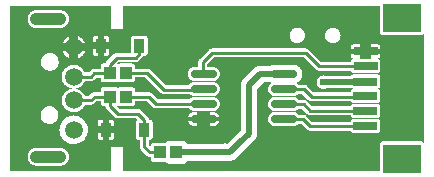
<source format=gtl>
G04 ---------------------------- Layer name :TOP LAYER*
G04 EasyEDA v5.7.26, Mon, 24 Sep 2018 03:33:45 GMT*
G04 f2589365b48f4548adba9131c7c0e0b5*
G04 Gerber Generator version 0.2*
G04 Scale: 100 percent, Rotated: No, Reflected: No *
G04 Dimensions in millimeters *
G04 leading zeros omitted , absolute positions ,3 integer and 3 decimal *
%FSLAX33Y33*%
%MOMM*%
G90*
G71D02*

%ADD11C,0.499999*%
%ADD12C,0.249999*%
%ADD13C,0.699999*%
%ADD14C,0.619760*%
%ADD15R,0.999998X1.099998*%
%ADD16R,0.909320X1.219200*%
%ADD17R,1.999996X0.700024*%
%ADD18R,3.199994X2.400046*%
%ADD19C,1.499997*%
%ADD20C,0.999998*%

%LPD*%
G36*
G01X8498Y0D02*
G01X0Y0D01*
G01X0Y14000D01*
G01X8498Y14000D01*
G01X8498Y12001D01*
G01X8499Y12001D01*
G01X8499Y12000D01*
G01X9499Y12000D01*
G01X9499Y14000D01*
G01X31305Y14000D01*
G01X31305Y11762D01*
G01X31305Y11752D01*
G01X31306Y11741D01*
G01X31307Y11731D01*
G01X31308Y11720D01*
G01X31310Y11710D01*
G01X31313Y11700D01*
G01X31316Y11690D01*
G01X31319Y11680D01*
G01X31322Y11670D01*
G01X31326Y11660D01*
G01X31331Y11651D01*
G01X31336Y11641D01*
G01X31341Y11632D01*
G01X31346Y11623D01*
G01X31352Y11615D01*
G01X31359Y11606D01*
G01X31365Y11598D01*
G01X31372Y11590D01*
G01X31379Y11583D01*
G01X31387Y11575D01*
G01X31395Y11568D01*
G01X31403Y11562D01*
G01X31411Y11556D01*
G01X31420Y11550D01*
G01X31429Y11544D01*
G01X31438Y11539D01*
G01X31447Y11534D01*
G01X31457Y11530D01*
G01X31467Y11526D01*
G01X31477Y11522D01*
G01X31487Y11519D01*
G01X31497Y11516D01*
G01X31507Y11514D01*
G01X31517Y11512D01*
G01X31528Y11510D01*
G01X31538Y11509D01*
G01X31549Y11508D01*
G01X31559Y11508D01*
G01X34759Y11508D01*
G01X34770Y11508D01*
G01X34780Y11509D01*
G01X34791Y11510D01*
G01X34801Y11512D01*
G01X34812Y11514D01*
G01X34822Y11516D01*
G01X34832Y11519D01*
G01X34842Y11522D01*
G01X34852Y11526D01*
G01X34861Y11530D01*
G01X34871Y11534D01*
G01X34880Y11539D01*
G01X34889Y11544D01*
G01X34898Y11550D01*
G01X34907Y11556D01*
G01X34915Y11562D01*
G01X34924Y11568D01*
G01X34931Y11575D01*
G01X34939Y11583D01*
G01X34946Y11590D01*
G01X34953Y11598D01*
G01X34960Y11606D01*
G01X34966Y11615D01*
G01X34972Y11623D01*
G01X34978Y11632D01*
G01X34983Y11641D01*
G01X34988Y11651D01*
G01X34992Y11660D01*
G01X34996Y11669D01*
G01X34996Y2346D01*
G01X34992Y2355D01*
G01X34988Y2364D01*
G01X34983Y2373D01*
G01X34978Y2383D01*
G01X34972Y2391D01*
G01X34966Y2400D01*
G01X34960Y2408D01*
G01X34953Y2417D01*
G01X34946Y2425D01*
G01X34939Y2432D01*
G01X34931Y2439D01*
G01X34924Y2446D01*
G01X34915Y2453D01*
G01X34907Y2459D01*
G01X34898Y2465D01*
G01X34889Y2471D01*
G01X34880Y2476D01*
G01X34871Y2481D01*
G01X34861Y2485D01*
G01X34852Y2489D01*
G01X34842Y2493D01*
G01X34832Y2496D01*
G01X34822Y2499D01*
G01X34812Y2501D01*
G01X34801Y2503D01*
G01X34791Y2505D01*
G01X34780Y2506D01*
G01X34770Y2506D01*
G01X34759Y2506D01*
G01X31562Y2506D01*
G01X31551Y2506D01*
G01X31541Y2506D01*
G01X31530Y2505D01*
G01X31520Y2503D01*
G01X31509Y2501D01*
G01X31499Y2499D01*
G01X31489Y2496D01*
G01X31479Y2493D01*
G01X31469Y2489D01*
G01X31460Y2485D01*
G01X31450Y2481D01*
G01X31441Y2476D01*
G01X31432Y2471D01*
G01X31423Y2465D01*
G01X31414Y2459D01*
G01X31406Y2453D01*
G01X31397Y2446D01*
G01X31390Y2439D01*
G01X31382Y2432D01*
G01X31375Y2425D01*
G01X31368Y2417D01*
G01X31361Y2408D01*
G01X31355Y2400D01*
G01X31349Y2391D01*
G01X31343Y2383D01*
G01X31338Y2373D01*
G01X31333Y2364D01*
G01X31329Y2355D01*
G01X31325Y2345D01*
G01X31321Y2335D01*
G01X31318Y2325D01*
G01X31315Y2315D01*
G01X31313Y2305D01*
G01X31311Y2294D01*
G01X31309Y2284D01*
G01X31308Y2273D01*
G01X31308Y2263D01*
G01X31308Y2252D01*
G01X31308Y2D01*
G01X14598Y0D01*
G01X9499Y0D01*
G01X9499Y2000D01*
G01X9499Y2000D01*
G01X9499Y2001D01*
G01X8498Y2001D01*
G01X8498Y0D01*
G37*

%LPC*%
G36*
G01X2202Y12113D02*
G01X2209Y12113D01*
G01X4209Y12113D01*
G01X4215Y12113D01*
G01X4240Y12114D01*
G01X4253Y12115D01*
G01X4277Y12117D01*
G01X4290Y12118D01*
G01X4315Y12121D01*
G01X4327Y12123D01*
G01X4352Y12127D01*
G01X4364Y12130D01*
G01X4389Y12135D01*
G01X4401Y12138D01*
G01X4425Y12145D01*
G01X4437Y12149D01*
G01X4460Y12157D01*
G01X4472Y12161D01*
G01X4496Y12170D01*
G01X4507Y12175D01*
G01X4530Y12185D01*
G01X4541Y12191D01*
G01X4564Y12202D01*
G01X4575Y12208D01*
G01X4596Y12221D01*
G01X4607Y12227D01*
G01X4628Y12241D01*
G01X4638Y12248D01*
G01X4659Y12263D01*
G01X4669Y12270D01*
G01X4688Y12286D01*
G01X4698Y12294D01*
G01X4717Y12310D01*
G01X4726Y12319D01*
G01X4744Y12336D01*
G01X4753Y12346D01*
G01X4770Y12364D01*
G01X4778Y12373D01*
G01X4794Y12392D01*
G01X4802Y12402D01*
G01X4817Y12422D01*
G01X4824Y12432D01*
G01X4838Y12453D01*
G01X4845Y12464D01*
G01X4858Y12485D01*
G01X4865Y12496D01*
G01X4877Y12518D01*
G01X4882Y12529D01*
G01X4893Y12552D01*
G01X4898Y12563D01*
G01X4908Y12586D01*
G01X4913Y12598D01*
G01X4921Y12621D01*
G01X4925Y12633D01*
G01X4933Y12657D01*
G01X4936Y12669D01*
G01X4942Y12694D01*
G01X4945Y12706D01*
G01X4950Y12730D01*
G01X4952Y12743D01*
G01X4956Y12767D01*
G01X4957Y12780D01*
G01X4960Y12805D01*
G01X4961Y12817D01*
G01X4962Y12842D01*
G01X4962Y12855D01*
G01X4962Y12880D01*
G01X4962Y12893D01*
G01X4961Y12917D01*
G01X4960Y12930D01*
G01X4957Y12955D01*
G01X4956Y12967D01*
G01X4952Y12992D01*
G01X4950Y13005D01*
G01X4945Y13029D01*
G01X4942Y13041D01*
G01X4936Y13065D01*
G01X4933Y13078D01*
G01X4925Y13101D01*
G01X4921Y13114D01*
G01X4913Y13137D01*
G01X4908Y13149D01*
G01X4898Y13172D01*
G01X4893Y13183D01*
G01X4882Y13206D01*
G01X4877Y13217D01*
G01X4865Y13239D01*
G01X4858Y13250D01*
G01X4845Y13271D01*
G01X4838Y13282D01*
G01X4824Y13302D01*
G01X4817Y13313D01*
G01X4802Y13333D01*
G01X4794Y13342D01*
G01X4778Y13362D01*
G01X4770Y13371D01*
G01X4753Y13389D01*
G01X4744Y13398D01*
G01X4726Y13416D01*
G01X4717Y13424D01*
G01X4698Y13441D01*
G01X4688Y13449D01*
G01X4669Y13465D01*
G01X4659Y13472D01*
G01X4638Y13487D01*
G01X4628Y13494D01*
G01X4607Y13507D01*
G01X4596Y13514D01*
G01X4575Y13526D01*
G01X4564Y13532D01*
G01X4541Y13544D01*
G01X4530Y13549D01*
G01X4507Y13560D01*
G01X4496Y13564D01*
G01X4472Y13574D01*
G01X4460Y13578D01*
G01X4437Y13586D01*
G01X4425Y13590D01*
G01X4401Y13596D01*
G01X4389Y13600D01*
G01X4364Y13605D01*
G01X4352Y13608D01*
G01X4327Y13612D01*
G01X4315Y13614D01*
G01X4290Y13617D01*
G01X4277Y13618D01*
G01X4253Y13620D01*
G01X4240Y13621D01*
G01X4215Y13621D01*
G01X4209Y13621D01*
G01X2209Y13621D01*
G01X2202Y13621D01*
G01X2177Y13621D01*
G01X2164Y13620D01*
G01X2140Y13618D01*
G01X2127Y13617D01*
G01X2102Y13614D01*
G01X2090Y13612D01*
G01X2065Y13608D01*
G01X2053Y13605D01*
G01X2028Y13600D01*
G01X2016Y13596D01*
G01X1992Y13590D01*
G01X1980Y13586D01*
G01X1957Y13578D01*
G01X1945Y13574D01*
G01X1921Y13564D01*
G01X1910Y13560D01*
G01X1887Y13549D01*
G01X1876Y13544D01*
G01X1853Y13532D01*
G01X1842Y13526D01*
G01X1821Y13514D01*
G01X1810Y13507D01*
G01X1789Y13494D01*
G01X1779Y13487D01*
G01X1758Y13472D01*
G01X1748Y13465D01*
G01X1729Y13449D01*
G01X1719Y13441D01*
G01X1700Y13424D01*
G01X1691Y13416D01*
G01X1673Y13398D01*
G01X1664Y13389D01*
G01X1647Y13371D01*
G01X1639Y13362D01*
G01X1623Y13342D01*
G01X1615Y13333D01*
G01X1600Y13313D01*
G01X1593Y13302D01*
G01X1579Y13282D01*
G01X1572Y13271D01*
G01X1559Y13250D01*
G01X1552Y13239D01*
G01X1540Y13217D01*
G01X1535Y13206D01*
G01X1524Y13183D01*
G01X1519Y13172D01*
G01X1509Y13149D01*
G01X1504Y13137D01*
G01X1496Y13114D01*
G01X1492Y13101D01*
G01X1484Y13078D01*
G01X1481Y13065D01*
G01X1475Y13041D01*
G01X1472Y13029D01*
G01X1467Y13005D01*
G01X1465Y12992D01*
G01X1461Y12967D01*
G01X1460Y12955D01*
G01X1457Y12930D01*
G01X1456Y12917D01*
G01X1455Y12893D01*
G01X1455Y12880D01*
G01X1455Y12855D01*
G01X1455Y12842D01*
G01X1456Y12817D01*
G01X1457Y12805D01*
G01X1460Y12780D01*
G01X1461Y12767D01*
G01X1465Y12743D01*
G01X1467Y12730D01*
G01X1472Y12706D01*
G01X1475Y12694D01*
G01X1481Y12669D01*
G01X1484Y12657D01*
G01X1492Y12633D01*
G01X1496Y12621D01*
G01X1504Y12598D01*
G01X1509Y12586D01*
G01X1519Y12563D01*
G01X1524Y12552D01*
G01X1535Y12529D01*
G01X1541Y12518D01*
G01X1552Y12496D01*
G01X1559Y12485D01*
G01X1572Y12464D01*
G01X1579Y12453D01*
G01X1593Y12432D01*
G01X1600Y12422D01*
G01X1615Y12402D01*
G01X1623Y12392D01*
G01X1639Y12373D01*
G01X1647Y12364D01*
G01X1664Y12346D01*
G01X1673Y12336D01*
G01X1691Y12319D01*
G01X1700Y12310D01*
G01X1719Y12294D01*
G01X1729Y12286D01*
G01X1748Y12270D01*
G01X1758Y12263D01*
G01X1779Y12248D01*
G01X1789Y12241D01*
G01X1810Y12227D01*
G01X1821Y12221D01*
G01X1842Y12208D01*
G01X1853Y12202D01*
G01X1876Y12191D01*
G01X1887Y12185D01*
G01X1910Y12175D01*
G01X1921Y12170D01*
G01X1945Y12161D01*
G01X1957Y12157D01*
G01X1980Y12149D01*
G01X1992Y12145D01*
G01X2016Y12138D01*
G01X2028Y12135D01*
G01X2053Y12130D01*
G01X2065Y12127D01*
G01X2090Y12123D01*
G01X2102Y12121D01*
G01X2127Y12118D01*
G01X2140Y12117D01*
G01X2164Y12115D01*
G01X2177Y12114D01*
G01X2202Y12113D01*
G37*
G36*
G01X2202Y455D02*
G01X2209Y455D01*
G01X4209Y455D01*
G01X4215Y455D01*
G01X4240Y455D01*
G01X4253Y456D01*
G01X4277Y458D01*
G01X4290Y459D01*
G01X4315Y462D01*
G01X4327Y464D01*
G01X4352Y469D01*
G01X4364Y471D01*
G01X4389Y477D01*
G01X4401Y480D01*
G01X4425Y487D01*
G01X4437Y490D01*
G01X4460Y498D01*
G01X4472Y503D01*
G01X4496Y512D01*
G01X4507Y516D01*
G01X4530Y527D01*
G01X4541Y532D01*
G01X4564Y544D01*
G01X4575Y550D01*
G01X4596Y562D01*
G01X4607Y569D01*
G01X4628Y582D01*
G01X4638Y589D01*
G01X4659Y604D01*
G01X4669Y612D01*
G01X4688Y627D01*
G01X4698Y635D01*
G01X4717Y652D01*
G01X4726Y660D01*
G01X4744Y678D01*
G01X4753Y687D01*
G01X4770Y705D01*
G01X4778Y715D01*
G01X4794Y734D01*
G01X4802Y744D01*
G01X4817Y763D01*
G01X4824Y774D01*
G01X4838Y794D01*
G01X4845Y805D01*
G01X4858Y826D01*
G01X4865Y837D01*
G01X4877Y859D01*
G01X4882Y871D01*
G01X4893Y893D01*
G01X4898Y905D01*
G01X4908Y927D01*
G01X4913Y939D01*
G01X4921Y963D01*
G01X4925Y975D01*
G01X4933Y999D01*
G01X4936Y1011D01*
G01X4942Y1035D01*
G01X4945Y1047D01*
G01X4950Y1072D01*
G01X4952Y1084D01*
G01X4956Y1109D01*
G01X4957Y1121D01*
G01X4960Y1146D01*
G01X4961Y1159D01*
G01X4962Y1184D01*
G01X4962Y1196D01*
G01X4962Y1221D01*
G01X4962Y1234D01*
G01X4961Y1259D01*
G01X4960Y1272D01*
G01X4957Y1296D01*
G01X4956Y1309D01*
G01X4952Y1333D01*
G01X4950Y1346D01*
G01X4945Y1371D01*
G01X4942Y1383D01*
G01X4936Y1407D01*
G01X4933Y1419D01*
G01X4925Y1443D01*
G01X4921Y1455D01*
G01X4913Y1478D01*
G01X4908Y1490D01*
G01X4898Y1513D01*
G01X4893Y1525D01*
G01X4882Y1547D01*
G01X4877Y1558D01*
G01X4865Y1580D01*
G01X4858Y1591D01*
G01X4845Y1613D01*
G01X4838Y1623D01*
G01X4824Y1644D01*
G01X4817Y1654D01*
G01X4802Y1674D01*
G01X4794Y1684D01*
G01X4778Y1703D01*
G01X4770Y1712D01*
G01X4753Y1731D01*
G01X4744Y1740D01*
G01X4726Y1757D01*
G01X4717Y1766D01*
G01X4698Y1782D01*
G01X4688Y1790D01*
G01X4669Y1806D01*
G01X4659Y1814D01*
G01X4638Y1828D01*
G01X4628Y1835D01*
G01X4607Y1849D01*
G01X4596Y1855D01*
G01X4575Y1868D01*
G01X4564Y1874D01*
G01X4541Y1885D01*
G01X4530Y1891D01*
G01X4507Y1901D01*
G01X4496Y1906D01*
G01X4472Y1915D01*
G01X4460Y1919D01*
G01X4437Y1927D01*
G01X4425Y1931D01*
G01X4401Y1938D01*
G01X4389Y1941D01*
G01X4364Y1946D01*
G01X4352Y1949D01*
G01X4327Y1953D01*
G01X4315Y1955D01*
G01X4290Y1958D01*
G01X4277Y1960D01*
G01X4253Y1961D01*
G01X4240Y1962D01*
G01X4215Y1963D01*
G01X4209Y1963D01*
G01X2209Y1963D01*
G01X2202Y1963D01*
G01X2177Y1962D01*
G01X2164Y1961D01*
G01X2140Y1960D01*
G01X2127Y1958D01*
G01X2102Y1955D01*
G01X2090Y1953D01*
G01X2065Y1949D01*
G01X2053Y1946D01*
G01X2028Y1941D01*
G01X2016Y1938D01*
G01X1992Y1931D01*
G01X1980Y1927D01*
G01X1957Y1919D01*
G01X1945Y1915D01*
G01X1921Y1906D01*
G01X1910Y1901D01*
G01X1887Y1891D01*
G01X1876Y1885D01*
G01X1853Y1874D01*
G01X1842Y1868D01*
G01X1821Y1855D01*
G01X1810Y1849D01*
G01X1789Y1835D01*
G01X1779Y1828D01*
G01X1758Y1814D01*
G01X1748Y1806D01*
G01X1729Y1790D01*
G01X1719Y1782D01*
G01X1700Y1766D01*
G01X1691Y1757D01*
G01X1673Y1740D01*
G01X1664Y1731D01*
G01X1647Y1712D01*
G01X1639Y1703D01*
G01X1623Y1684D01*
G01X1615Y1674D01*
G01X1600Y1654D01*
G01X1593Y1644D01*
G01X1579Y1623D01*
G01X1572Y1613D01*
G01X1559Y1591D01*
G01X1552Y1580D01*
G01X1540Y1558D01*
G01X1535Y1547D01*
G01X1524Y1525D01*
G01X1519Y1513D01*
G01X1509Y1490D01*
G01X1504Y1478D01*
G01X1496Y1455D01*
G01X1492Y1443D01*
G01X1484Y1419D01*
G01X1481Y1407D01*
G01X1475Y1383D01*
G01X1472Y1371D01*
G01X1467Y1346D01*
G01X1465Y1333D01*
G01X1461Y1309D01*
G01X1460Y1296D01*
G01X1457Y1272D01*
G01X1456Y1259D01*
G01X1455Y1234D01*
G01X1455Y1221D01*
G01X1455Y1196D01*
G01X1455Y1184D01*
G01X1456Y1159D01*
G01X1457Y1146D01*
G01X1460Y1121D01*
G01X1461Y1109D01*
G01X1465Y1084D01*
G01X1467Y1072D01*
G01X1472Y1047D01*
G01X1475Y1035D01*
G01X1481Y1011D01*
G01X1484Y999D01*
G01X1492Y975D01*
G01X1496Y963D01*
G01X1504Y939D01*
G01X1509Y927D01*
G01X1519Y905D01*
G01X1524Y893D01*
G01X1535Y871D01*
G01X1541Y859D01*
G01X1552Y837D01*
G01X1559Y826D01*
G01X1572Y805D01*
G01X1579Y794D01*
G01X1593Y774D01*
G01X1600Y763D01*
G01X1615Y744D01*
G01X1623Y734D01*
G01X1639Y715D01*
G01X1647Y705D01*
G01X1664Y687D01*
G01X1673Y678D01*
G01X1691Y660D01*
G01X1700Y652D01*
G01X1719Y635D01*
G01X1729Y627D01*
G01X1748Y612D01*
G01X1758Y604D01*
G01X1779Y589D01*
G01X1789Y582D01*
G01X1810Y569D01*
G01X1821Y562D01*
G01X1842Y550D01*
G01X1853Y544D01*
G01X1876Y532D01*
G01X1887Y527D01*
G01X1910Y516D01*
G01X1921Y512D01*
G01X1945Y503D01*
G01X1957Y498D01*
G01X1980Y490D01*
G01X1992Y487D01*
G01X2016Y480D01*
G01X2028Y477D01*
G01X2053Y471D01*
G01X2065Y469D01*
G01X2090Y464D01*
G01X2102Y462D01*
G01X2127Y459D01*
G01X2140Y458D01*
G01X2164Y456D01*
G01X2177Y455D01*
G01X2202Y455D01*
G37*
G36*
G01X13526Y581D02*
G01X13540Y581D01*
G01X14538Y581D01*
G01X14552Y581D01*
G01X14566Y582D01*
G01X14580Y583D01*
G01X14594Y584D01*
G01X14607Y586D01*
G01X14621Y588D01*
G01X14635Y591D01*
G01X14648Y594D01*
G01X14662Y598D01*
G01X14675Y602D01*
G01X14688Y606D01*
G01X14701Y611D01*
G01X14714Y616D01*
G01X14727Y622D01*
G01X14739Y628D01*
G01X14751Y634D01*
G01X14763Y641D01*
G01X14775Y648D01*
G01X14787Y656D01*
G01X14798Y663D01*
G01X14810Y672D01*
G01X14821Y680D01*
G01X14831Y689D01*
G01X14842Y698D01*
G01X14852Y708D01*
G01X14862Y717D01*
G01X14871Y728D01*
G01X14880Y738D01*
G01X14889Y749D01*
G01X14898Y760D01*
G01X14906Y771D01*
G01X14914Y782D01*
G01X14921Y794D01*
G01X14928Y806D01*
G01X14935Y818D01*
G01X14941Y830D01*
G01X14947Y843D01*
G01X14953Y855D01*
G01X14958Y868D01*
G01X14962Y879D01*
G01X17860Y879D01*
G01X17917Y857D01*
G01X17990Y837D01*
G01X18065Y823D01*
G01X18140Y818D01*
G01X18216Y820D01*
G01X18292Y829D01*
G01X18366Y846D01*
G01X18438Y870D01*
G01X18458Y879D01*
G01X18630Y879D01*
G01X18648Y880D01*
G01X18666Y880D01*
G01X18684Y881D01*
G01X18701Y883D01*
G01X18719Y885D01*
G01X18736Y887D01*
G01X18754Y890D01*
G01X18771Y894D01*
G01X18789Y897D01*
G01X18806Y902D01*
G01X18823Y906D01*
G01X18840Y911D01*
G01X18857Y917D01*
G01X18874Y923D01*
G01X18890Y929D01*
G01X18906Y936D01*
G01X18923Y943D01*
G01X18939Y951D01*
G01X18955Y959D01*
G01X18970Y967D01*
G01X18986Y976D01*
G01X19001Y985D01*
G01X19016Y995D01*
G01X19030Y1005D01*
G01X19045Y1015D01*
G01X19059Y1026D01*
G01X19073Y1037D01*
G01X19086Y1048D01*
G01X19100Y1060D01*
G01X19113Y1072D01*
G01X19125Y1084D01*
G01X20715Y2674D01*
G01X20728Y2687D01*
G01X20740Y2700D01*
G01X20752Y2713D01*
G01X20763Y2727D01*
G01X20774Y2741D01*
G01X20785Y2755D01*
G01X20795Y2770D01*
G01X20805Y2784D01*
G01X20815Y2799D01*
G01X20824Y2814D01*
G01X20833Y2830D01*
G01X20841Y2845D01*
G01X20849Y2861D01*
G01X20857Y2877D01*
G01X20864Y2893D01*
G01X20871Y2910D01*
G01X20877Y2926D01*
G01X20883Y2943D01*
G01X20888Y2960D01*
G01X20893Y2977D01*
G01X20898Y2994D01*
G01X20902Y3011D01*
G01X20906Y3029D01*
G01X20909Y3046D01*
G01X20912Y3063D01*
G01X20915Y3081D01*
G01X20917Y3099D01*
G01X20918Y3116D01*
G01X20920Y3134D01*
G01X20920Y3152D01*
G01X20920Y3169D01*
G01X20920Y6980D01*
G01X21448Y7509D01*
G01X22033Y7509D01*
G01X22048Y7501D01*
G01X22063Y7493D01*
G01X22083Y7483D01*
G01X22099Y7476D01*
G01X22120Y7467D01*
G01X22125Y7465D01*
G01X22110Y7457D01*
G01X22100Y7451D01*
G01X22085Y7442D01*
G01X22074Y7434D01*
G01X22060Y7424D01*
G01X22051Y7417D01*
G01X22037Y7406D01*
G01X22027Y7397D01*
G01X22014Y7386D01*
G01X22005Y7377D01*
G01X21992Y7365D01*
G01X21983Y7356D01*
G01X21971Y7343D01*
G01X21963Y7334D01*
G01X21952Y7320D01*
G01X21944Y7310D01*
G01X21933Y7296D01*
G01X21926Y7286D01*
G01X21916Y7272D01*
G01X21909Y7261D01*
G01X21900Y7246D01*
G01X21894Y7235D01*
G01X21885Y7220D01*
G01X21880Y7209D01*
G01X21872Y7193D01*
G01X21867Y7181D01*
G01X21860Y7165D01*
G01X21856Y7154D01*
G01X21850Y7137D01*
G01X21846Y7125D01*
G01X21840Y7109D01*
G01X21837Y7096D01*
G01X21833Y7079D01*
G01X21830Y7067D01*
G01X21826Y7050D01*
G01X21824Y7037D01*
G01X21822Y7020D01*
G01X21820Y7007D01*
G01X21818Y6990D01*
G01X21817Y6978D01*
G01X21816Y6960D01*
G01X21816Y6948D01*
G01X21816Y6930D01*
G01X21816Y6917D01*
G01X21817Y6900D01*
G01X21818Y6887D01*
G01X21820Y6870D01*
G01X21822Y6858D01*
G01X21824Y6840D01*
G01X21826Y6828D01*
G01X21830Y6811D01*
G01X21833Y6798D01*
G01X21837Y6781D01*
G01X21840Y6769D01*
G01X21846Y6752D01*
G01X21850Y6740D01*
G01X21856Y6724D01*
G01X21860Y6713D01*
G01X21867Y6697D01*
G01X21872Y6684D01*
G01X21880Y6669D01*
G01X21885Y6658D01*
G01X21894Y6642D01*
G01X21900Y6631D01*
G01X21909Y6616D01*
G01X21916Y6606D01*
G01X21926Y6591D01*
G01X21933Y6581D01*
G01X21944Y6567D01*
G01X21952Y6557D01*
G01X21963Y6544D01*
G01X21971Y6535D01*
G01X21983Y6522D01*
G01X21992Y6512D01*
G01X22005Y6500D01*
G01X22014Y6492D01*
G01X22027Y6480D01*
G01X22037Y6472D01*
G01X22051Y6461D01*
G01X22060Y6454D01*
G01X22074Y6444D01*
G01X22085Y6436D01*
G01X22100Y6427D01*
G01X22110Y6420D01*
G01X22126Y6412D01*
G01X22137Y6405D01*
G01X22152Y6397D01*
G01X22164Y6392D01*
G01X22179Y6385D01*
G01X22191Y6380D01*
G01X22208Y6373D01*
G01X22219Y6369D01*
G01X22236Y6364D01*
G01X22248Y6360D01*
G01X22265Y6355D01*
G01X22277Y6352D01*
G01X22294Y6348D01*
G01X22307Y6346D01*
G01X22324Y6343D01*
G01X22336Y6341D01*
G01X22353Y6339D01*
G01X22366Y6337D01*
G01X22384Y6336D01*
G01X22396Y6335D01*
G01X22414Y6335D01*
G01X22420Y6335D01*
G01X23921Y6335D01*
G01X23927Y6335D01*
G01X23945Y6335D01*
G01X23958Y6336D01*
G01X23975Y6337D01*
G01X23988Y6339D01*
G01X24005Y6341D01*
G01X24017Y6343D01*
G01X24035Y6346D01*
G01X24047Y6348D01*
G01X24064Y6352D01*
G01X24076Y6355D01*
G01X24093Y6360D01*
G01X24105Y6364D01*
G01X24122Y6369D01*
G01X24134Y6373D01*
G01X24150Y6380D01*
G01X24162Y6385D01*
G01X24178Y6392D01*
G01X24189Y6397D01*
G01X24204Y6405D01*
G01X24216Y6412D01*
G01X24231Y6420D01*
G01X24241Y6427D01*
G01X24256Y6436D01*
G01X24267Y6444D01*
G01X24281Y6454D01*
G01X24291Y6461D01*
G01X24304Y6472D01*
G01X24314Y6480D01*
G01X24327Y6492D01*
G01X24336Y6500D01*
G01X24349Y6512D01*
G01X24358Y6522D01*
G01X24370Y6535D01*
G01X24378Y6544D01*
G01X24389Y6557D01*
G01X24391Y6560D01*
G01X24704Y6560D01*
G01X25231Y6033D01*
G01X25240Y6024D01*
G01X25250Y6015D01*
G01X25261Y6006D01*
G01X25271Y5998D01*
G01X25282Y5990D01*
G01X25294Y5982D01*
G01X25305Y5975D01*
G01X25317Y5969D01*
G01X25329Y5962D01*
G01X25341Y5956D01*
G01X25354Y5951D01*
G01X25366Y5946D01*
G01X25379Y5942D01*
G01X25392Y5938D01*
G01X25405Y5934D01*
G01X25418Y5931D01*
G01X25431Y5928D01*
G01X25445Y5926D01*
G01X25458Y5924D01*
G01X25472Y5923D01*
G01X25485Y5923D01*
G01X25499Y5922D01*
G01X28820Y5922D01*
G01X28821Y5919D01*
G01X28824Y5909D01*
G01X28827Y5899D01*
G01X28831Y5889D01*
G01X28835Y5879D01*
G01X28839Y5870D01*
G01X28844Y5860D01*
G01X28849Y5851D01*
G01X28855Y5842D01*
G01X28861Y5834D01*
G01X28867Y5825D01*
G01X28873Y5817D01*
G01X28880Y5809D01*
G01X28888Y5802D01*
G01X28895Y5794D01*
G01X28903Y5787D01*
G01X28911Y5781D01*
G01X28920Y5774D01*
G01X28928Y5769D01*
G01X28937Y5763D01*
G01X28946Y5758D01*
G01X28956Y5753D01*
G01X28965Y5749D01*
G01X28975Y5745D01*
G01X28985Y5741D01*
G01X28995Y5738D01*
G01X29005Y5735D01*
G01X29015Y5733D01*
G01X29025Y5731D01*
G01X29036Y5729D01*
G01X29046Y5728D01*
G01X29057Y5727D01*
G01X29067Y5727D01*
G01X31069Y5727D01*
G01X31079Y5727D01*
G01X31090Y5728D01*
G01X31100Y5729D01*
G01X31111Y5731D01*
G01X31121Y5733D01*
G01X31131Y5735D01*
G01X31141Y5738D01*
G01X31151Y5741D01*
G01X31161Y5745D01*
G01X31171Y5749D01*
G01X31180Y5753D01*
G01X31190Y5758D01*
G01X31199Y5763D01*
G01X31208Y5769D01*
G01X31216Y5774D01*
G01X31225Y5781D01*
G01X31233Y5787D01*
G01X31241Y5794D01*
G01X31248Y5802D01*
G01X31256Y5809D01*
G01X31263Y5817D01*
G01X31269Y5825D01*
G01X31275Y5834D01*
G01X31281Y5842D01*
G01X31287Y5851D01*
G01X31292Y5860D01*
G01X31297Y5870D01*
G01X31301Y5879D01*
G01X31305Y5889D01*
G01X31309Y5899D01*
G01X31312Y5909D01*
G01X31315Y5919D01*
G01X31317Y5929D01*
G01X31319Y5939D01*
G01X31321Y5950D01*
G01X31322Y5960D01*
G01X31323Y5971D01*
G01X31323Y5981D01*
G01X31323Y6680D01*
G01X31323Y6690D01*
G01X31322Y6701D01*
G01X31321Y6711D01*
G01X31319Y6722D01*
G01X31317Y6732D01*
G01X31315Y6742D01*
G01X31312Y6752D01*
G01X31309Y6762D01*
G01X31305Y6772D01*
G01X31301Y6782D01*
G01X31297Y6791D01*
G01X31292Y6801D01*
G01X31287Y6810D01*
G01X31281Y6819D01*
G01X31275Y6827D01*
G01X31269Y6836D01*
G01X31263Y6844D01*
G01X31256Y6852D01*
G01X31248Y6859D01*
G01X31241Y6867D01*
G01X31233Y6874D01*
G01X31225Y6880D01*
G01X31216Y6886D01*
G01X31208Y6892D01*
G01X31199Y6898D01*
G01X31190Y6903D01*
G01X31180Y6908D01*
G01X31171Y6912D01*
G01X31161Y6916D01*
G01X31151Y6920D01*
G01X31141Y6923D01*
G01X31131Y6926D01*
G01X31121Y6928D01*
G01X31111Y6930D01*
G01X31100Y6932D01*
G01X31090Y6933D01*
G01X31079Y6933D01*
G01X31069Y6934D01*
G01X29067Y6934D01*
G01X29057Y6933D01*
G01X29046Y6933D01*
G01X29036Y6932D01*
G01X29025Y6930D01*
G01X29015Y6928D01*
G01X29005Y6926D01*
G01X28995Y6923D01*
G01X28985Y6920D01*
G01X28975Y6916D01*
G01X28965Y6912D01*
G01X28956Y6908D01*
G01X28946Y6903D01*
G01X28937Y6898D01*
G01X28928Y6892D01*
G01X28920Y6886D01*
G01X28911Y6880D01*
G01X28903Y6874D01*
G01X28895Y6867D01*
G01X28888Y6859D01*
G01X28880Y6852D01*
G01X28873Y6844D01*
G01X28867Y6836D01*
G01X28861Y6827D01*
G01X28855Y6819D01*
G01X28849Y6810D01*
G01X28844Y6801D01*
G01X28839Y6791D01*
G01X28835Y6782D01*
G01X28831Y6772D01*
G01X28827Y6762D01*
G01X28824Y6752D01*
G01X28821Y6742D01*
G01X28819Y6732D01*
G01X28817Y6722D01*
G01X28815Y6711D01*
G01X28814Y6701D01*
G01X28813Y6690D01*
G01X28813Y6680D01*
G01X25656Y6680D01*
G01X25129Y7207D01*
G01X25119Y7216D01*
G01X25109Y7225D01*
G01X25099Y7234D01*
G01X25088Y7242D01*
G01X25077Y7250D01*
G01X25066Y7258D01*
G01X25054Y7265D01*
G01X25043Y7271D01*
G01X25031Y7278D01*
G01X25018Y7284D01*
G01X25006Y7289D01*
G01X24993Y7294D01*
G01X24981Y7298D01*
G01X24968Y7302D01*
G01X24955Y7306D01*
G01X24942Y7309D01*
G01X24928Y7312D01*
G01X24915Y7314D01*
G01X24902Y7316D01*
G01X24888Y7317D01*
G01X24875Y7318D01*
G01X24861Y7318D01*
G01X24391Y7318D01*
G01X24389Y7320D01*
G01X24378Y7334D01*
G01X24370Y7343D01*
G01X24358Y7356D01*
G01X24349Y7365D01*
G01X24336Y7377D01*
G01X24327Y7386D01*
G01X24314Y7397D01*
G01X24304Y7406D01*
G01X24291Y7417D01*
G01X24281Y7424D01*
G01X24267Y7434D01*
G01X24256Y7442D01*
G01X24241Y7451D01*
G01X24231Y7457D01*
G01X24217Y7465D01*
G01X24221Y7467D01*
G01X24243Y7476D01*
G01X24258Y7483D01*
G01X24278Y7493D01*
G01X24294Y7501D01*
G01X24314Y7512D01*
G01X24329Y7521D01*
G01X24347Y7532D01*
G01X24362Y7541D01*
G01X24382Y7555D01*
G01X24396Y7565D01*
G01X24413Y7578D01*
G01X24426Y7588D01*
G01X24444Y7603D01*
G01X24457Y7615D01*
G01X24473Y7630D01*
G01X24486Y7642D01*
G01X24502Y7659D01*
G01X24514Y7671D01*
G01X24528Y7688D01*
G01X24539Y7701D01*
G01X24554Y7719D01*
G01X24564Y7733D01*
G01X24577Y7751D01*
G01X24587Y7765D01*
G01X24599Y7784D01*
G01X24608Y7799D01*
G01X24620Y7819D01*
G01X24628Y7834D01*
G01X24638Y7853D01*
G01X24645Y7869D01*
G01X24655Y7891D01*
G01X24662Y7907D01*
G01X24670Y7927D01*
G01X24676Y7943D01*
G01X24683Y7964D01*
G01X24688Y7981D01*
G01X24694Y8003D01*
G01X24699Y8020D01*
G01X24704Y8042D01*
G01X24707Y8059D01*
G01X24711Y8081D01*
G01X24714Y8099D01*
G01X24716Y8121D01*
G01X24718Y8138D01*
G01X24720Y8160D01*
G01X24721Y8177D01*
G01X24721Y8200D01*
G01X24721Y8218D01*
G01X24721Y8240D01*
G01X24720Y8258D01*
G01X24718Y8280D01*
G01X24716Y8297D01*
G01X24714Y8319D01*
G01X24711Y8336D01*
G01X24707Y8359D01*
G01X24704Y8376D01*
G01X24699Y8398D01*
G01X24694Y8415D01*
G01X24688Y8436D01*
G01X24683Y8453D01*
G01X24676Y8474D01*
G01X24670Y8491D01*
G01X24662Y8511D01*
G01X24655Y8527D01*
G01X24645Y8548D01*
G01X24638Y8564D01*
G01X24628Y8584D01*
G01X24620Y8599D01*
G01X24608Y8618D01*
G01X24599Y8633D01*
G01X24587Y8652D01*
G01X24577Y8666D01*
G01X24564Y8685D01*
G01X24554Y8699D01*
G01X24539Y8717D01*
G01X24528Y8730D01*
G01X24514Y8746D01*
G01X24502Y8759D01*
G01X24486Y8776D01*
G01X24473Y8788D01*
G01X24457Y8803D01*
G01X24444Y8814D01*
G01X24426Y8829D01*
G01X24413Y8840D01*
G01X24396Y8853D01*
G01X24382Y8863D01*
G01X24362Y8876D01*
G01X24347Y8886D01*
G01X24329Y8897D01*
G01X24314Y8906D01*
G01X24294Y8917D01*
G01X24278Y8925D01*
G01X24258Y8934D01*
G01X24243Y8941D01*
G01X24221Y8950D01*
G01X24205Y8957D01*
G01X24184Y8964D01*
G01X24168Y8970D01*
G01X24146Y8976D01*
G01X24129Y8981D01*
G01X24108Y8987D01*
G01X24091Y8991D01*
G01X24069Y8995D01*
G01X24051Y8998D01*
G01X24030Y9001D01*
G01X24012Y9004D01*
G01X23989Y9006D01*
G01X23972Y9007D01*
G01X23950Y9008D01*
G01X23932Y9009D01*
G01X23921Y9009D01*
G01X22420Y9009D01*
G01X22409Y9009D01*
G01X22392Y9008D01*
G01X22369Y9007D01*
G01X22352Y9006D01*
G01X22329Y9004D01*
G01X22312Y9001D01*
G01X22290Y8998D01*
G01X22273Y8995D01*
G01X22251Y8991D01*
G01X22234Y8987D01*
G01X22212Y8981D01*
G01X22195Y8976D01*
G01X22173Y8970D01*
G01X22157Y8964D01*
G01X22136Y8957D01*
G01X22120Y8950D01*
G01X22099Y8941D01*
G01X22083Y8934D01*
G01X22063Y8925D01*
G01X22048Y8917D01*
G01X22033Y8909D01*
G01X21158Y8909D01*
G01X21140Y8909D01*
G01X21122Y8908D01*
G01X21104Y8907D01*
G01X21087Y8905D01*
G01X21069Y8903D01*
G01X21052Y8901D01*
G01X21034Y8898D01*
G01X21017Y8894D01*
G01X20999Y8891D01*
G01X20982Y8886D01*
G01X20965Y8882D01*
G01X20948Y8877D01*
G01X20931Y8871D01*
G01X20914Y8865D01*
G01X20898Y8859D01*
G01X20881Y8852D01*
G01X20865Y8845D01*
G01X20849Y8837D01*
G01X20833Y8829D01*
G01X20817Y8821D01*
G01X20802Y8812D01*
G01X20787Y8803D01*
G01X20772Y8793D01*
G01X20757Y8783D01*
G01X20743Y8773D01*
G01X20729Y8762D01*
G01X20715Y8751D01*
G01X20701Y8739D01*
G01X20688Y8728D01*
G01X20675Y8716D01*
G01X20662Y8703D01*
G01X19725Y7763D01*
G01X19712Y7751D01*
G01X19700Y7738D01*
G01X19689Y7724D01*
G01X19677Y7711D01*
G01X19666Y7697D01*
G01X19656Y7683D01*
G01X19645Y7668D01*
G01X19636Y7654D01*
G01X19626Y7639D01*
G01X19617Y7624D01*
G01X19608Y7608D01*
G01X19600Y7593D01*
G01X19592Y7577D01*
G01X19584Y7561D01*
G01X19577Y7545D01*
G01X19570Y7528D01*
G01X19564Y7512D01*
G01X19558Y7495D01*
G01X19552Y7478D01*
G01X19547Y7461D01*
G01X19543Y7444D01*
G01X19538Y7427D01*
G01X19535Y7410D01*
G01X19531Y7392D01*
G01X19528Y7375D01*
G01X19526Y7357D01*
G01X19524Y7340D01*
G01X19522Y7322D01*
G01X19521Y7304D01*
G01X19521Y7287D01*
G01X19520Y7269D01*
G01X19520Y3459D01*
G01X18373Y2312D01*
G01X18366Y2314D01*
G01X18292Y2331D01*
G01X18216Y2340D01*
G01X18140Y2342D01*
G01X18065Y2336D01*
G01X17990Y2323D01*
G01X17917Y2303D01*
G01X17857Y2279D01*
G01X14963Y2279D01*
G01X14963Y2280D01*
G01X14958Y2293D01*
G01X14953Y2306D01*
G01X14947Y2319D01*
G01X14941Y2331D01*
G01X14935Y2343D01*
G01X14928Y2356D01*
G01X14921Y2367D01*
G01X14914Y2379D01*
G01X14906Y2391D01*
G01X14898Y2402D01*
G01X14889Y2413D01*
G01X14880Y2423D01*
G01X14871Y2434D01*
G01X14862Y2444D01*
G01X14852Y2454D01*
G01X14842Y2463D01*
G01X14831Y2472D01*
G01X14821Y2481D01*
G01X14810Y2490D01*
G01X14798Y2498D01*
G01X14787Y2506D01*
G01X14775Y2513D01*
G01X14763Y2520D01*
G01X14751Y2527D01*
G01X14739Y2533D01*
G01X14727Y2539D01*
G01X14714Y2545D01*
G01X14701Y2550D01*
G01X14688Y2555D01*
G01X14675Y2559D01*
G01X14662Y2563D01*
G01X14648Y2567D01*
G01X14635Y2570D01*
G01X14621Y2573D01*
G01X14607Y2575D01*
G01X14594Y2577D01*
G01X14580Y2579D01*
G01X14566Y2580D01*
G01X14552Y2580D01*
G01X14538Y2581D01*
G01X13540Y2581D01*
G01X13526Y2580D01*
G01X13513Y2580D01*
G01X13499Y2579D01*
G01X13485Y2577D01*
G01X13471Y2575D01*
G01X13458Y2573D01*
G01X13444Y2570D01*
G01X13430Y2567D01*
G01X13417Y2563D01*
G01X13404Y2559D01*
G01X13391Y2555D01*
G01X13378Y2550D01*
G01X13365Y2545D01*
G01X13352Y2539D01*
G01X13340Y2533D01*
G01X13327Y2527D01*
G01X13315Y2520D01*
G01X13303Y2513D01*
G01X13292Y2506D01*
G01X13280Y2498D01*
G01X13269Y2490D01*
G01X13258Y2481D01*
G01X13247Y2472D01*
G01X13237Y2463D01*
G01X13227Y2454D01*
G01X13217Y2444D01*
G01X13208Y2434D01*
G01X13199Y2423D01*
G01X13190Y2413D01*
G01X13181Y2402D01*
G01X13173Y2391D01*
G01X13168Y2383D01*
G01X13160Y2384D01*
G01X13149Y2384D01*
G01X13139Y2385D01*
G01X12141Y2385D01*
G01X12130Y2384D01*
G01X12120Y2384D01*
G01X12109Y2383D01*
G01X12099Y2381D01*
G01X12089Y2379D01*
G01X12078Y2377D01*
G01X12068Y2374D01*
G01X12058Y2371D01*
G01X12048Y2367D01*
G01X12039Y2363D01*
G01X12029Y2359D01*
G01X12020Y2354D01*
G01X12011Y2349D01*
G01X12002Y2343D01*
G01X11993Y2337D01*
G01X11985Y2331D01*
G01X11977Y2324D01*
G01X11969Y2317D01*
G01X11961Y2310D01*
G01X11954Y2303D01*
G01X11947Y2295D01*
G01X11940Y2287D01*
G01X11934Y2278D01*
G01X11928Y2269D01*
G01X11922Y2261D01*
G01X11917Y2251D01*
G01X11913Y2242D01*
G01X11908Y2233D01*
G01X11904Y2223D01*
G01X11900Y2213D01*
G01X11897Y2203D01*
G01X11894Y2193D01*
G01X11892Y2183D01*
G01X11890Y2172D01*
G01X11889Y2162D01*
G01X11888Y2152D01*
G01X11887Y2141D01*
G01X11887Y2131D01*
G01X11887Y2039D01*
G01X11727Y2199D01*
G01X11727Y2626D01*
G01X11803Y2626D01*
G01X11813Y2626D01*
G01X11824Y2627D01*
G01X11834Y2628D01*
G01X11845Y2629D01*
G01X11855Y2631D01*
G01X11865Y2634D01*
G01X11875Y2636D01*
G01X11885Y2640D01*
G01X11895Y2643D01*
G01X11905Y2647D01*
G01X11914Y2652D01*
G01X11924Y2656D01*
G01X11933Y2662D01*
G01X11942Y2667D01*
G01X11950Y2673D01*
G01X11959Y2679D01*
G01X11967Y2686D01*
G01X11975Y2693D01*
G01X11982Y2700D01*
G01X11990Y2708D01*
G01X11997Y2716D01*
G01X12003Y2724D01*
G01X12010Y2732D01*
G01X12016Y2741D01*
G01X12021Y2750D01*
G01X12026Y2759D01*
G01X12031Y2768D01*
G01X12035Y2778D01*
G01X12040Y2788D01*
G01X12043Y2797D01*
G01X12046Y2807D01*
G01X12049Y2818D01*
G01X12051Y2828D01*
G01X12053Y2838D01*
G01X12055Y2848D01*
G01X12056Y2859D01*
G01X12057Y2869D01*
G01X12057Y2880D01*
G01X12057Y4099D01*
G01X12057Y4110D01*
G01X12056Y4120D01*
G01X12055Y4130D01*
G01X12053Y4141D01*
G01X12051Y4151D01*
G01X12049Y4161D01*
G01X12046Y4172D01*
G01X12043Y4182D01*
G01X12040Y4191D01*
G01X12035Y4201D01*
G01X12031Y4211D01*
G01X12026Y4220D01*
G01X12021Y4229D01*
G01X12016Y4238D01*
G01X12010Y4247D01*
G01X12003Y4255D01*
G01X11997Y4263D01*
G01X11990Y4271D01*
G01X11982Y4279D01*
G01X11975Y4286D01*
G01X11967Y4293D01*
G01X11959Y4299D01*
G01X11950Y4306D01*
G01X11942Y4312D01*
G01X11933Y4317D01*
G01X11924Y4322D01*
G01X11914Y4327D01*
G01X11905Y4332D01*
G01X11895Y4336D01*
G01X11885Y4339D01*
G01X11875Y4342D01*
G01X11865Y4345D01*
G01X11855Y4348D01*
G01X11845Y4350D01*
G01X11834Y4351D01*
G01X11824Y4352D01*
G01X11813Y4353D01*
G01X11803Y4353D01*
G01X11734Y4353D01*
G01X11732Y4363D01*
G01X11730Y4376D01*
G01X11727Y4389D01*
G01X11724Y4402D01*
G01X11720Y4414D01*
G01X11716Y4427D01*
G01X11712Y4439D01*
G01X11707Y4451D01*
G01X11702Y4463D01*
G01X11696Y4475D01*
G01X11690Y4487D01*
G01X11683Y4498D01*
G01X11676Y4509D01*
G01X11669Y4520D01*
G01X11661Y4531D01*
G01X11653Y4541D01*
G01X11644Y4551D01*
G01X11635Y4561D01*
G01X11626Y4570D01*
G01X11068Y5129D01*
G01X11058Y5138D01*
G01X11048Y5147D01*
G01X11037Y5156D01*
G01X11027Y5164D01*
G01X11016Y5172D01*
G01X11004Y5180D01*
G01X10993Y5187D01*
G01X10981Y5194D01*
G01X10969Y5200D01*
G01X10957Y5206D01*
G01X10945Y5211D01*
G01X10932Y5216D01*
G01X10919Y5221D01*
G01X10906Y5225D01*
G01X10893Y5228D01*
G01X10880Y5231D01*
G01X10867Y5234D01*
G01X10854Y5236D01*
G01X10840Y5238D01*
G01X10827Y5239D01*
G01X10813Y5240D01*
G01X10800Y5240D01*
G01X9247Y5240D01*
G01X8980Y5506D01*
G01X8985Y5507D01*
G01X8995Y5511D01*
G01X9004Y5515D01*
G01X9014Y5519D01*
G01X9023Y5524D01*
G01X9032Y5529D01*
G01X9041Y5535D01*
G01X9050Y5541D01*
G01X9058Y5547D01*
G01X9066Y5554D01*
G01X9074Y5561D01*
G01X9082Y5568D01*
G01X9089Y5575D01*
G01X9096Y5583D01*
G01X9103Y5592D01*
G01X9103Y5592D01*
G01X9103Y5592D01*
G01X9110Y5583D01*
G01X9117Y5575D01*
G01X9124Y5568D01*
G01X9131Y5561D01*
G01X9139Y5554D01*
G01X9148Y5547D01*
G01X9156Y5541D01*
G01X9165Y5535D01*
G01X9173Y5529D01*
G01X9183Y5524D01*
G01X9192Y5519D01*
G01X9201Y5515D01*
G01X9211Y5511D01*
G01X9221Y5507D01*
G01X9231Y5504D01*
G01X9241Y5501D01*
G01X9251Y5499D01*
G01X9262Y5497D01*
G01X9272Y5495D01*
G01X9283Y5494D01*
G01X9293Y5494D01*
G01X9304Y5494D01*
G01X10302Y5494D01*
G01X10312Y5494D01*
G01X10323Y5494D01*
G01X10333Y5495D01*
G01X10344Y5497D01*
G01X10354Y5499D01*
G01X10364Y5501D01*
G01X10374Y5504D01*
G01X10384Y5507D01*
G01X10394Y5511D01*
G01X10404Y5515D01*
G01X10413Y5519D01*
G01X10423Y5524D01*
G01X10432Y5529D01*
G01X10441Y5535D01*
G01X10449Y5541D01*
G01X10458Y5547D01*
G01X10466Y5554D01*
G01X10474Y5561D01*
G01X10481Y5568D01*
G01X10489Y5575D01*
G01X10496Y5583D01*
G01X10502Y5592D01*
G01X10508Y5600D01*
G01X10514Y5609D01*
G01X10520Y5617D01*
G01X10525Y5627D01*
G01X10530Y5636D01*
G01X10534Y5645D01*
G01X10538Y5655D01*
G01X10542Y5665D01*
G01X10545Y5675D01*
G01X10548Y5685D01*
G01X10550Y5695D01*
G01X10552Y5706D01*
G01X10554Y5716D01*
G01X10555Y5727D01*
G01X10556Y5737D01*
G01X10556Y5748D01*
G01X10556Y5920D01*
G01X11544Y5920D01*
G01X12033Y5431D01*
G01X12042Y5422D01*
G01X12053Y5413D01*
G01X12063Y5404D01*
G01X12074Y5396D01*
G01X12085Y5388D01*
G01X12096Y5380D01*
G01X12107Y5373D01*
G01X12119Y5367D01*
G01X12131Y5360D01*
G01X12143Y5355D01*
G01X12156Y5349D01*
G01X12168Y5344D01*
G01X12181Y5340D01*
G01X12194Y5336D01*
G01X12207Y5332D01*
G01X12220Y5329D01*
G01X12233Y5326D01*
G01X12247Y5324D01*
G01X12260Y5322D01*
G01X12274Y5321D01*
G01X12287Y5321D01*
G01X12301Y5320D01*
G01X15127Y5320D01*
G01X15134Y5311D01*
G01X15144Y5297D01*
G01X15152Y5287D01*
G01X15164Y5274D01*
G01X15172Y5265D01*
G01X15184Y5252D01*
G01X15193Y5242D01*
G01X15205Y5230D01*
G01X15214Y5222D01*
G01X15227Y5210D01*
G01X15237Y5202D01*
G01X15251Y5191D01*
G01X15261Y5184D01*
G01X15275Y5174D01*
G01X15286Y5166D01*
G01X15301Y5157D01*
G01X15311Y5150D01*
G01X15326Y5142D01*
G01X15337Y5135D01*
G01X15353Y5127D01*
G01X15364Y5122D01*
G01X15380Y5115D01*
G01X15392Y5110D01*
G01X15408Y5103D01*
G01X15420Y5099D01*
G01X15436Y5094D01*
G01X15449Y5090D01*
G01X15465Y5085D01*
G01X15478Y5082D01*
G01X15495Y5078D01*
G01X15507Y5076D01*
G01X15524Y5073D01*
G01X15537Y5071D01*
G01X15554Y5069D01*
G01X15567Y5067D01*
G01X15584Y5066D01*
G01X15597Y5065D01*
G01X15614Y5065D01*
G01X15621Y5065D01*
G01X17122Y5065D01*
G01X17128Y5065D01*
G01X17145Y5065D01*
G01X17158Y5066D01*
G01X17175Y5067D01*
G01X17188Y5069D01*
G01X17206Y5071D01*
G01X17218Y5073D01*
G01X17235Y5076D01*
G01X17248Y5078D01*
G01X17265Y5082D01*
G01X17277Y5085D01*
G01X17294Y5090D01*
G01X17306Y5094D01*
G01X17322Y5099D01*
G01X17334Y5103D01*
G01X17350Y5110D01*
G01X17362Y5115D01*
G01X17378Y5122D01*
G01X17389Y5127D01*
G01X17405Y5135D01*
G01X17416Y5142D01*
G01X17431Y5150D01*
G01X17442Y5157D01*
G01X17456Y5166D01*
G01X17467Y5174D01*
G01X17482Y5184D01*
G01X17491Y5191D01*
G01X17505Y5202D01*
G01X17515Y5210D01*
G01X17528Y5222D01*
G01X17537Y5230D01*
G01X17549Y5242D01*
G01X17559Y5252D01*
G01X17570Y5265D01*
G01X17579Y5274D01*
G01X17590Y5287D01*
G01X17598Y5297D01*
G01X17608Y5311D01*
G01X17616Y5321D01*
G01X17626Y5336D01*
G01X17632Y5346D01*
G01X17642Y5361D01*
G01X17648Y5372D01*
G01X17656Y5388D01*
G01X17662Y5399D01*
G01X17669Y5414D01*
G01X17675Y5427D01*
G01X17682Y5443D01*
G01X17686Y5454D01*
G01X17692Y5470D01*
G01X17696Y5482D01*
G01X17701Y5499D01*
G01X17705Y5511D01*
G01X17709Y5528D01*
G01X17712Y5541D01*
G01X17715Y5558D01*
G01X17718Y5570D01*
G01X17720Y5588D01*
G01X17722Y5600D01*
G01X17723Y5617D01*
G01X17724Y5630D01*
G01X17725Y5647D01*
G01X17726Y5660D01*
G01X17726Y5678D01*
G01X17725Y5690D01*
G01X17724Y5708D01*
G01X17723Y5720D01*
G01X17722Y5737D01*
G01X17720Y5750D01*
G01X17718Y5767D01*
G01X17715Y5780D01*
G01X17712Y5797D01*
G01X17709Y5809D01*
G01X17705Y5826D01*
G01X17701Y5839D01*
G01X17696Y5855D01*
G01X17692Y5867D01*
G01X17686Y5884D01*
G01X17682Y5895D01*
G01X17675Y5911D01*
G01X17669Y5923D01*
G01X17662Y5939D01*
G01X17656Y5950D01*
G01X17648Y5965D01*
G01X17642Y5976D01*
G01X17632Y5991D01*
G01X17626Y6002D01*
G01X17616Y6016D01*
G01X17608Y6026D01*
G01X17598Y6040D01*
G01X17590Y6050D01*
G01X17579Y6064D01*
G01X17570Y6073D01*
G01X17559Y6086D01*
G01X17549Y6095D01*
G01X17537Y6107D01*
G01X17528Y6116D01*
G01X17515Y6127D01*
G01X17505Y6136D01*
G01X17491Y6147D01*
G01X17482Y6154D01*
G01X17467Y6164D01*
G01X17456Y6172D01*
G01X17442Y6181D01*
G01X17431Y6187D01*
G01X17416Y6196D01*
G01X17405Y6202D01*
G01X17389Y6210D01*
G01X17378Y6216D01*
G01X17362Y6223D01*
G01X17350Y6228D01*
G01X17334Y6234D01*
G01X17322Y6238D01*
G01X17306Y6244D01*
G01X17294Y6248D01*
G01X17277Y6252D01*
G01X17265Y6256D01*
G01X17248Y6259D01*
G01X17235Y6262D01*
G01X17218Y6265D01*
G01X17206Y6267D01*
G01X17188Y6269D01*
G01X17175Y6270D01*
G01X17158Y6272D01*
G01X17145Y6272D01*
G01X17128Y6273D01*
G01X17122Y6273D01*
G01X15621Y6273D01*
G01X15614Y6273D01*
G01X15597Y6272D01*
G01X15584Y6272D01*
G01X15567Y6270D01*
G01X15554Y6269D01*
G01X15537Y6267D01*
G01X15524Y6265D01*
G01X15507Y6262D01*
G01X15495Y6259D01*
G01X15478Y6256D01*
G01X15465Y6252D01*
G01X15449Y6248D01*
G01X15436Y6244D01*
G01X15420Y6238D01*
G01X15408Y6234D01*
G01X15392Y6228D01*
G01X15380Y6223D01*
G01X15364Y6216D01*
G01X15353Y6210D01*
G01X15337Y6202D01*
G01X15326Y6196D01*
G01X15311Y6187D01*
G01X15301Y6181D01*
G01X15286Y6172D01*
G01X15275Y6164D01*
G01X15261Y6154D01*
G01X15251Y6147D01*
G01X15237Y6136D01*
G01X15227Y6127D01*
G01X15214Y6116D01*
G01X15205Y6107D01*
G01X15193Y6095D01*
G01X15184Y6086D01*
G01X15177Y6078D01*
G01X12458Y6078D01*
G01X11969Y6567D01*
G01X11960Y6576D01*
G01X11949Y6585D01*
G01X11939Y6594D01*
G01X11928Y6602D01*
G01X11917Y6610D01*
G01X11906Y6618D01*
G01X11895Y6625D01*
G01X11883Y6631D01*
G01X11871Y6638D01*
G01X11859Y6643D01*
G01X11846Y6649D01*
G01X11834Y6654D01*
G01X11821Y6658D01*
G01X11808Y6662D01*
G01X11795Y6666D01*
G01X11782Y6669D01*
G01X11769Y6672D01*
G01X11755Y6674D01*
G01X11742Y6676D01*
G01X11728Y6677D01*
G01X11715Y6677D01*
G01X11701Y6678D01*
G01X10556Y6678D01*
G01X10556Y6850D01*
G01X10556Y6860D01*
G01X10555Y6871D01*
G01X10554Y6881D01*
G01X10552Y6892D01*
G01X10550Y6902D01*
G01X10548Y6912D01*
G01X10545Y6922D01*
G01X10542Y6932D01*
G01X10538Y6942D01*
G01X10534Y6952D01*
G01X10530Y6961D01*
G01X10525Y6971D01*
G01X10520Y6980D01*
G01X10514Y6989D01*
G01X10508Y6997D01*
G01X10502Y7006D01*
G01X10496Y7014D01*
G01X10489Y7022D01*
G01X10481Y7029D01*
G01X10474Y7037D01*
G01X10466Y7044D01*
G01X10458Y7050D01*
G01X10449Y7057D01*
G01X10441Y7063D01*
G01X10432Y7068D01*
G01X10423Y7073D01*
G01X10413Y7078D01*
G01X10404Y7082D01*
G01X10394Y7087D01*
G01X10384Y7090D01*
G01X10374Y7093D01*
G01X10364Y7096D01*
G01X10354Y7098D01*
G01X10344Y7100D01*
G01X10333Y7102D01*
G01X10323Y7103D01*
G01X10312Y7104D01*
G01X10302Y7104D01*
G01X9304Y7104D01*
G01X9293Y7104D01*
G01X9283Y7103D01*
G01X9272Y7102D01*
G01X9262Y7100D01*
G01X9251Y7098D01*
G01X9241Y7096D01*
G01X9231Y7093D01*
G01X9221Y7090D01*
G01X9211Y7087D01*
G01X9201Y7082D01*
G01X9192Y7078D01*
G01X9183Y7073D01*
G01X9173Y7068D01*
G01X9165Y7063D01*
G01X9156Y7057D01*
G01X9148Y7050D01*
G01X9139Y7044D01*
G01X9131Y7037D01*
G01X9124Y7029D01*
G01X9117Y7022D01*
G01X9110Y7014D01*
G01X9103Y7006D01*
G01X9103Y7006D01*
G01X9103Y7006D01*
G01X9096Y7014D01*
G01X9089Y7022D01*
G01X9082Y7029D01*
G01X9074Y7037D01*
G01X9066Y7044D01*
G01X9058Y7050D01*
G01X9050Y7057D01*
G01X9041Y7063D01*
G01X9032Y7068D01*
G01X9023Y7073D01*
G01X9014Y7078D01*
G01X9004Y7082D01*
G01X8995Y7087D01*
G01X8985Y7090D01*
G01X8975Y7093D01*
G01X8965Y7096D01*
G01X8954Y7098D01*
G01X8944Y7100D01*
G01X8934Y7102D01*
G01X8923Y7103D01*
G01X8913Y7104D01*
G01X8902Y7104D01*
G01X7904Y7104D01*
G01X7893Y7104D01*
G01X7883Y7103D01*
G01X7873Y7102D01*
G01X7862Y7100D01*
G01X7852Y7098D01*
G01X7842Y7096D01*
G01X7832Y7093D01*
G01X7822Y7090D01*
G01X7812Y7087D01*
G01X7802Y7082D01*
G01X7792Y7078D01*
G01X7783Y7073D01*
G01X7774Y7068D01*
G01X7765Y7063D01*
G01X7756Y7057D01*
G01X7748Y7050D01*
G01X7740Y7044D01*
G01X7732Y7037D01*
G01X7724Y7029D01*
G01X7717Y7022D01*
G01X7710Y7014D01*
G01X7704Y7006D01*
G01X7697Y6997D01*
G01X7691Y6989D01*
G01X7686Y6980D01*
G01X7681Y6971D01*
G01X7676Y6961D01*
G01X7671Y6952D01*
G01X7667Y6942D01*
G01X7664Y6932D01*
G01X7661Y6922D01*
G01X7658Y6912D01*
G01X7655Y6902D01*
G01X7653Y6892D01*
G01X7652Y6881D01*
G01X7651Y6871D01*
G01X7650Y6860D01*
G01X7650Y6850D01*
G01X7650Y6680D01*
G01X7129Y6680D01*
G01X7116Y6680D01*
G01X7103Y6679D01*
G01X7090Y6678D01*
G01X7077Y6677D01*
G01X7065Y6675D01*
G01X7052Y6672D01*
G01X7039Y6669D01*
G01X7026Y6666D01*
G01X7014Y6662D01*
G01X7002Y6658D01*
G01X6990Y6654D01*
G01X6978Y6649D01*
G01X6966Y6643D01*
G01X6954Y6637D01*
G01X6943Y6631D01*
G01X6931Y6624D01*
G01X6920Y6617D01*
G01X6910Y6610D01*
G01X6899Y6602D01*
G01X6889Y6594D01*
G01X6879Y6586D01*
G01X6869Y6577D01*
G01X6860Y6568D01*
G01X6672Y6378D01*
G01X6292Y6378D01*
G01X6287Y6390D01*
G01X6244Y6481D01*
G01X6192Y6566D01*
G01X6131Y6646D01*
G01X6063Y6720D01*
G01X5987Y6786D01*
G01X5906Y6845D01*
G01X5819Y6895D01*
G01X5728Y6936D01*
G01X5633Y6968D01*
G01X5535Y6990D01*
G01X5459Y7000D01*
G01X5535Y7009D01*
G01X5633Y7032D01*
G01X5728Y7064D01*
G01X5819Y7105D01*
G01X5906Y7155D01*
G01X5987Y7214D01*
G01X6063Y7280D01*
G01X6131Y7354D01*
G01X6192Y7434D01*
G01X6244Y7519D01*
G01X6287Y7610D01*
G01X6292Y7622D01*
G01X6829Y7622D01*
G01X6843Y7622D01*
G01X6857Y7622D01*
G01X6870Y7624D01*
G01X6883Y7625D01*
G01X6897Y7628D01*
G01X6910Y7630D01*
G01X6923Y7633D01*
G01X6936Y7637D01*
G01X6949Y7641D01*
G01X6962Y7645D01*
G01X6975Y7650D01*
G01X6987Y7656D01*
G01X6999Y7662D01*
G01X7011Y7668D01*
G01X7023Y7675D01*
G01X7034Y7682D01*
G01X7046Y7689D01*
G01X7057Y7697D01*
G01X7067Y7705D01*
G01X7078Y7714D01*
G01X7088Y7723D01*
G01X7098Y7733D01*
G01X7256Y7891D01*
G01X7647Y7891D01*
G01X7647Y7749D01*
G01X7648Y7739D01*
G01X7648Y7728D01*
G01X7649Y7718D01*
G01X7651Y7707D01*
G01X7653Y7697D01*
G01X7655Y7687D01*
G01X7658Y7677D01*
G01X7661Y7667D01*
G01X7665Y7657D01*
G01X7669Y7647D01*
G01X7673Y7637D01*
G01X7678Y7628D01*
G01X7683Y7619D01*
G01X7689Y7610D01*
G01X7695Y7601D01*
G01X7701Y7593D01*
G01X7708Y7585D01*
G01X7715Y7577D01*
G01X7722Y7569D01*
G01X7729Y7562D01*
G01X7737Y7555D01*
G01X7745Y7549D01*
G01X7754Y7542D01*
G01X7763Y7536D01*
G01X7771Y7531D01*
G01X7781Y7526D01*
G01X7790Y7521D01*
G01X7799Y7516D01*
G01X7809Y7512D01*
G01X7819Y7509D01*
G01X7829Y7506D01*
G01X7839Y7503D01*
G01X7849Y7500D01*
G01X7860Y7498D01*
G01X7870Y7497D01*
G01X7880Y7496D01*
G01X7891Y7495D01*
G01X7901Y7495D01*
G01X8900Y7495D01*
G01X8910Y7495D01*
G01X8921Y7496D01*
G01X8931Y7497D01*
G01X8941Y7498D01*
G01X8952Y7500D01*
G01X8962Y7503D01*
G01X8972Y7506D01*
G01X8982Y7509D01*
G01X8992Y7512D01*
G01X9002Y7516D01*
G01X9011Y7521D01*
G01X9021Y7526D01*
G01X9030Y7531D01*
G01X9039Y7536D01*
G01X9047Y7542D01*
G01X9056Y7549D01*
G01X9064Y7555D01*
G01X9072Y7562D01*
G01X9079Y7569D01*
G01X9087Y7577D01*
G01X9093Y7585D01*
G01X9100Y7593D01*
G01X9100Y7593D01*
G01X9101Y7593D01*
G01X9107Y7585D01*
G01X9114Y7577D01*
G01X9121Y7569D01*
G01X9129Y7562D01*
G01X9137Y7555D01*
G01X9145Y7549D01*
G01X9153Y7542D01*
G01X9162Y7536D01*
G01X9171Y7531D01*
G01X9180Y7526D01*
G01X9189Y7521D01*
G01X9199Y7516D01*
G01X9209Y7512D01*
G01X9219Y7509D01*
G01X9229Y7506D01*
G01X9239Y7503D01*
G01X9249Y7500D01*
G01X9259Y7498D01*
G01X9270Y7497D01*
G01X9280Y7496D01*
G01X9290Y7495D01*
G01X9301Y7495D01*
G01X10299Y7495D01*
G01X10310Y7495D01*
G01X10320Y7496D01*
G01X10331Y7497D01*
G01X10341Y7498D01*
G01X10351Y7500D01*
G01X10362Y7503D01*
G01X10372Y7506D01*
G01X10382Y7509D01*
G01X10392Y7512D01*
G01X10401Y7516D01*
G01X10411Y7521D01*
G01X10420Y7526D01*
G01X10429Y7531D01*
G01X10438Y7536D01*
G01X10447Y7542D01*
G01X10455Y7549D01*
G01X10463Y7555D01*
G01X10471Y7562D01*
G01X10479Y7569D01*
G01X10486Y7577D01*
G01X10493Y7585D01*
G01X10500Y7593D01*
G01X10506Y7601D01*
G01X10512Y7610D01*
G01X10517Y7619D01*
G01X10523Y7628D01*
G01X10527Y7637D01*
G01X10532Y7647D01*
G01X10536Y7657D01*
G01X10539Y7667D01*
G01X10543Y7677D01*
G01X10545Y7687D01*
G01X10548Y7697D01*
G01X10550Y7707D01*
G01X10551Y7718D01*
G01X10552Y7728D01*
G01X10553Y7739D01*
G01X10553Y7749D01*
G01X10553Y7921D01*
G01X11443Y7921D01*
G01X12731Y6633D01*
G01X12741Y6623D01*
G01X12751Y6614D01*
G01X12761Y6606D01*
G01X12772Y6597D01*
G01X12783Y6589D01*
G01X12794Y6582D01*
G01X12806Y6575D01*
G01X12818Y6568D01*
G01X12830Y6562D01*
G01X12842Y6556D01*
G01X12854Y6551D01*
G01X12867Y6546D01*
G01X12880Y6541D01*
G01X12892Y6537D01*
G01X12905Y6533D01*
G01X12919Y6530D01*
G01X12932Y6528D01*
G01X12945Y6526D01*
G01X12959Y6524D01*
G01X12972Y6523D01*
G01X12986Y6522D01*
G01X12999Y6522D01*
G01X15184Y6522D01*
G01X15193Y6512D01*
G01X15205Y6500D01*
G01X15214Y6492D01*
G01X15227Y6480D01*
G01X15237Y6472D01*
G01X15251Y6461D01*
G01X15261Y6454D01*
G01X15275Y6444D01*
G01X15286Y6436D01*
G01X15301Y6427D01*
G01X15311Y6420D01*
G01X15326Y6412D01*
G01X15337Y6405D01*
G01X15353Y6397D01*
G01X15364Y6392D01*
G01X15380Y6385D01*
G01X15392Y6380D01*
G01X15408Y6373D01*
G01X15420Y6369D01*
G01X15436Y6364D01*
G01X15449Y6360D01*
G01X15465Y6355D01*
G01X15478Y6352D01*
G01X15495Y6348D01*
G01X15507Y6346D01*
G01X15524Y6343D01*
G01X15537Y6341D01*
G01X15554Y6339D01*
G01X15567Y6337D01*
G01X15584Y6336D01*
G01X15597Y6335D01*
G01X15614Y6335D01*
G01X15621Y6335D01*
G01X17122Y6335D01*
G01X17128Y6335D01*
G01X17145Y6335D01*
G01X17158Y6336D01*
G01X17175Y6337D01*
G01X17188Y6339D01*
G01X17206Y6341D01*
G01X17218Y6343D01*
G01X17235Y6346D01*
G01X17248Y6348D01*
G01X17265Y6352D01*
G01X17277Y6355D01*
G01X17294Y6360D01*
G01X17306Y6364D01*
G01X17322Y6369D01*
G01X17334Y6373D01*
G01X17350Y6380D01*
G01X17362Y6385D01*
G01X17378Y6392D01*
G01X17389Y6397D01*
G01X17405Y6405D01*
G01X17416Y6412D01*
G01X17431Y6420D01*
G01X17442Y6427D01*
G01X17456Y6436D01*
G01X17467Y6444D01*
G01X17482Y6454D01*
G01X17491Y6461D01*
G01X17505Y6472D01*
G01X17515Y6480D01*
G01X17528Y6492D01*
G01X17537Y6500D01*
G01X17549Y6512D01*
G01X17559Y6522D01*
G01X17570Y6535D01*
G01X17579Y6544D01*
G01X17590Y6557D01*
G01X17598Y6567D01*
G01X17608Y6581D01*
G01X17616Y6591D01*
G01X17626Y6606D01*
G01X17632Y6616D01*
G01X17642Y6631D01*
G01X17648Y6642D01*
G01X17656Y6658D01*
G01X17662Y6669D01*
G01X17669Y6684D01*
G01X17675Y6697D01*
G01X17682Y6713D01*
G01X17686Y6724D01*
G01X17692Y6740D01*
G01X17696Y6752D01*
G01X17701Y6769D01*
G01X17705Y6781D01*
G01X17709Y6798D01*
G01X17712Y6811D01*
G01X17715Y6828D01*
G01X17718Y6840D01*
G01X17720Y6858D01*
G01X17722Y6870D01*
G01X17723Y6887D01*
G01X17724Y6900D01*
G01X17725Y6917D01*
G01X17726Y6930D01*
G01X17726Y6948D01*
G01X17725Y6960D01*
G01X17724Y6978D01*
G01X17723Y6990D01*
G01X17722Y7007D01*
G01X17720Y7020D01*
G01X17718Y7037D01*
G01X17715Y7050D01*
G01X17712Y7067D01*
G01X17709Y7079D01*
G01X17705Y7096D01*
G01X17701Y7109D01*
G01X17696Y7125D01*
G01X17692Y7137D01*
G01X17686Y7154D01*
G01X17682Y7165D01*
G01X17675Y7181D01*
G01X17669Y7193D01*
G01X17662Y7209D01*
G01X17656Y7220D01*
G01X17648Y7235D01*
G01X17642Y7246D01*
G01X17632Y7261D01*
G01X17626Y7272D01*
G01X17616Y7286D01*
G01X17608Y7296D01*
G01X17598Y7310D01*
G01X17590Y7320D01*
G01X17579Y7334D01*
G01X17570Y7343D01*
G01X17559Y7356D01*
G01X17549Y7365D01*
G01X17537Y7377D01*
G01X17528Y7386D01*
G01X17515Y7397D01*
G01X17505Y7406D01*
G01X17491Y7417D01*
G01X17482Y7424D01*
G01X17467Y7434D01*
G01X17456Y7442D01*
G01X17442Y7451D01*
G01X17431Y7457D01*
G01X17416Y7466D01*
G01X17405Y7472D01*
G01X17389Y7480D01*
G01X17378Y7486D01*
G01X17362Y7493D01*
G01X17350Y7498D01*
G01X17334Y7504D01*
G01X17322Y7508D01*
G01X17306Y7514D01*
G01X17294Y7518D01*
G01X17277Y7522D01*
G01X17265Y7526D01*
G01X17248Y7529D01*
G01X17235Y7532D01*
G01X17218Y7535D01*
G01X17206Y7537D01*
G01X17188Y7539D01*
G01X17175Y7540D01*
G01X17158Y7542D01*
G01X17145Y7542D01*
G01X17128Y7543D01*
G01X17122Y7543D01*
G01X15621Y7543D01*
G01X15614Y7543D01*
G01X15597Y7542D01*
G01X15584Y7542D01*
G01X15567Y7540D01*
G01X15554Y7539D01*
G01X15537Y7537D01*
G01X15524Y7535D01*
G01X15507Y7532D01*
G01X15495Y7529D01*
G01X15478Y7526D01*
G01X15465Y7522D01*
G01X15449Y7518D01*
G01X15436Y7514D01*
G01X15420Y7508D01*
G01X15408Y7504D01*
G01X15392Y7498D01*
G01X15380Y7493D01*
G01X15364Y7486D01*
G01X15353Y7480D01*
G01X15337Y7472D01*
G01X15326Y7466D01*
G01X15311Y7457D01*
G01X15301Y7451D01*
G01X15286Y7442D01*
G01X15275Y7434D01*
G01X15261Y7424D01*
G01X15251Y7417D01*
G01X15237Y7406D01*
G01X15227Y7397D01*
G01X15214Y7386D01*
G01X15205Y7377D01*
G01X15193Y7365D01*
G01X15184Y7356D01*
G01X15172Y7343D01*
G01X15164Y7334D01*
G01X15152Y7320D01*
G01X15144Y7310D01*
G01X15134Y7296D01*
G01X15126Y7286D01*
G01X15122Y7280D01*
G01X13156Y7280D01*
G01X11868Y8568D01*
G01X11858Y8578D01*
G01X11848Y8587D01*
G01X11837Y8595D01*
G01X11827Y8604D01*
G01X11816Y8612D01*
G01X11805Y8619D01*
G01X11793Y8626D01*
G01X11781Y8633D01*
G01X11769Y8639D01*
G01X11757Y8645D01*
G01X11745Y8650D01*
G01X11732Y8655D01*
G01X11719Y8660D01*
G01X11706Y8664D01*
G01X11693Y8667D01*
G01X11680Y8671D01*
G01X11667Y8673D01*
G01X11654Y8675D01*
G01X11640Y8677D01*
G01X11627Y8678D01*
G01X11613Y8679D01*
G01X11600Y8679D01*
G01X10553Y8679D01*
G01X10553Y8851D01*
G01X10553Y8862D01*
G01X10552Y8872D01*
G01X10551Y8883D01*
G01X10550Y8893D01*
G01X10548Y8904D01*
G01X10545Y8914D01*
G01X10543Y8924D01*
G01X10539Y8934D01*
G01X10536Y8944D01*
G01X10532Y8953D01*
G01X10527Y8963D01*
G01X10523Y8972D01*
G01X10517Y8981D01*
G01X10512Y8990D01*
G01X10506Y8999D01*
G01X10500Y9007D01*
G01X10493Y9016D01*
G01X10486Y9023D01*
G01X10479Y9031D01*
G01X10471Y9038D01*
G01X10463Y9045D01*
G01X10455Y9052D01*
G01X10447Y9058D01*
G01X10438Y9064D01*
G01X10429Y9070D01*
G01X10420Y9075D01*
G01X10411Y9080D01*
G01X10401Y9084D01*
G01X10392Y9088D01*
G01X10382Y9092D01*
G01X10372Y9095D01*
G01X10362Y9098D01*
G01X10351Y9100D01*
G01X10341Y9102D01*
G01X10331Y9103D01*
G01X10320Y9105D01*
G01X10310Y9105D01*
G01X10299Y9105D01*
G01X9301Y9105D01*
G01X9290Y9105D01*
G01X9280Y9105D01*
G01X9270Y9103D01*
G01X9259Y9102D01*
G01X9249Y9100D01*
G01X9239Y9098D01*
G01X9229Y9095D01*
G01X9219Y9092D01*
G01X9209Y9088D01*
G01X9199Y9084D01*
G01X9189Y9080D01*
G01X9180Y9075D01*
G01X9171Y9070D01*
G01X9162Y9064D01*
G01X9153Y9058D01*
G01X9145Y9052D01*
G01X9137Y9045D01*
G01X9129Y9038D01*
G01X9121Y9031D01*
G01X9114Y9023D01*
G01X9107Y9016D01*
G01X9101Y9007D01*
G01X9100Y9007D01*
G01X9100Y9007D01*
G01X9093Y9016D01*
G01X9087Y9023D01*
G01X9079Y9031D01*
G01X9072Y9038D01*
G01X9064Y9045D01*
G01X9056Y9052D01*
G01X9047Y9058D01*
G01X9039Y9064D01*
G01X9030Y9070D01*
G01X9021Y9075D01*
G01X9013Y9079D01*
G01X9156Y9222D01*
G01X10599Y9222D01*
G01X10612Y9222D01*
G01X10626Y9223D01*
G01X10639Y9224D01*
G01X10653Y9226D01*
G01X10666Y9228D01*
G01X10679Y9230D01*
G01X10693Y9233D01*
G01X10706Y9237D01*
G01X10719Y9241D01*
G01X10731Y9246D01*
G01X10744Y9251D01*
G01X10756Y9256D01*
G01X10769Y9262D01*
G01X10781Y9268D01*
G01X10792Y9275D01*
G01X10804Y9282D01*
G01X10815Y9289D01*
G01X10826Y9297D01*
G01X10837Y9306D01*
G01X10847Y9314D01*
G01X10857Y9323D01*
G01X10867Y9333D01*
G01X11167Y9632D01*
G01X11176Y9642D01*
G01X11185Y9652D01*
G01X11194Y9663D01*
G01X11202Y9673D01*
G01X11210Y9684D01*
G01X11217Y9696D01*
G01X11225Y9707D01*
G01X11231Y9719D01*
G01X11238Y9731D01*
G01X11240Y9735D01*
G01X11379Y9735D01*
G01X11389Y9736D01*
G01X11400Y9736D01*
G01X11410Y9737D01*
G01X11421Y9739D01*
G01X11431Y9741D01*
G01X11441Y9743D01*
G01X11451Y9746D01*
G01X11461Y9749D01*
G01X11471Y9753D01*
G01X11481Y9757D01*
G01X11490Y9761D01*
G01X11500Y9766D01*
G01X11509Y9771D01*
G01X11518Y9777D01*
G01X11526Y9783D01*
G01X11535Y9789D01*
G01X11543Y9795D01*
G01X11551Y9802D01*
G01X11558Y9810D01*
G01X11566Y9817D01*
G01X11573Y9825D01*
G01X11579Y9833D01*
G01X11585Y9842D01*
G01X11591Y9850D01*
G01X11597Y9859D01*
G01X11602Y9868D01*
G01X11607Y9878D01*
G01X11611Y9887D01*
G01X11615Y9897D01*
G01X11619Y9907D01*
G01X11622Y9917D01*
G01X11625Y9927D01*
G01X11627Y9937D01*
G01X11629Y9948D01*
G01X11631Y9958D01*
G01X11632Y9968D01*
G01X11632Y9979D01*
G01X11633Y9989D01*
G01X11633Y11209D01*
G01X11632Y11219D01*
G01X11632Y11230D01*
G01X11631Y11240D01*
G01X11629Y11250D01*
G01X11627Y11261D01*
G01X11625Y11271D01*
G01X11622Y11281D01*
G01X11619Y11291D01*
G01X11615Y11301D01*
G01X11611Y11311D01*
G01X11607Y11320D01*
G01X11602Y11329D01*
G01X11597Y11339D01*
G01X11591Y11347D01*
G01X11585Y11356D01*
G01X11579Y11365D01*
G01X11573Y11373D01*
G01X11566Y11381D01*
G01X11558Y11388D01*
G01X11551Y11395D01*
G01X11543Y11402D01*
G01X11535Y11409D01*
G01X11526Y11415D01*
G01X11518Y11421D01*
G01X11509Y11427D01*
G01X11500Y11432D01*
G01X11490Y11437D01*
G01X11481Y11441D01*
G01X11471Y11445D01*
G01X11461Y11449D01*
G01X11451Y11452D01*
G01X11441Y11455D01*
G01X11431Y11457D01*
G01X11421Y11459D01*
G01X11410Y11461D01*
G01X11400Y11462D01*
G01X11389Y11462D01*
G01X11379Y11463D01*
G01X10469Y11463D01*
G01X10459Y11462D01*
G01X10448Y11462D01*
G01X10438Y11461D01*
G01X10428Y11459D01*
G01X10417Y11457D01*
G01X10407Y11455D01*
G01X10397Y11452D01*
G01X10387Y11449D01*
G01X10377Y11445D01*
G01X10367Y11441D01*
G01X10358Y11437D01*
G01X10349Y11432D01*
G01X10339Y11427D01*
G01X10330Y11421D01*
G01X10322Y11415D01*
G01X10313Y11409D01*
G01X10305Y11402D01*
G01X10297Y11395D01*
G01X10290Y11388D01*
G01X10283Y11381D01*
G01X10276Y11373D01*
G01X10269Y11365D01*
G01X10263Y11356D01*
G01X10257Y11347D01*
G01X10251Y11339D01*
G01X10246Y11329D01*
G01X10241Y11320D01*
G01X10237Y11311D01*
G01X10233Y11301D01*
G01X10229Y11291D01*
G01X10226Y11281D01*
G01X10223Y11271D01*
G01X10221Y11261D01*
G01X10219Y11250D01*
G01X10217Y11240D01*
G01X10216Y11230D01*
G01X10216Y11219D01*
G01X10215Y11209D01*
G01X10215Y9989D01*
G01X10216Y9980D01*
G01X8999Y9980D01*
G01X8985Y9979D01*
G01X8972Y9979D01*
G01X8958Y9978D01*
G01X8945Y9976D01*
G01X8931Y9974D01*
G01X8918Y9971D01*
G01X8905Y9968D01*
G01X8892Y9964D01*
G01X8879Y9960D01*
G01X8866Y9956D01*
G01X8854Y9951D01*
G01X8841Y9945D01*
G01X8829Y9940D01*
G01X8817Y9933D01*
G01X8805Y9927D01*
G01X8794Y9920D01*
G01X8783Y9912D01*
G01X8772Y9904D01*
G01X8761Y9896D01*
G01X8751Y9887D01*
G01X8740Y9878D01*
G01X8731Y9869D01*
G01X8131Y9269D01*
G01X8122Y9260D01*
G01X8113Y9249D01*
G01X8104Y9239D01*
G01X8096Y9228D01*
G01X8088Y9217D01*
G01X8080Y9206D01*
G01X8073Y9195D01*
G01X8067Y9183D01*
G01X8060Y9171D01*
G01X8055Y9159D01*
G01X8049Y9146D01*
G01X8044Y9134D01*
G01X8040Y9121D01*
G01X8036Y9108D01*
G01X8035Y9105D01*
G01X7901Y9105D01*
G01X7891Y9105D01*
G01X7880Y9105D01*
G01X7870Y9103D01*
G01X7860Y9102D01*
G01X7849Y9100D01*
G01X7839Y9098D01*
G01X7829Y9095D01*
G01X7819Y9092D01*
G01X7809Y9088D01*
G01X7799Y9084D01*
G01X7790Y9080D01*
G01X7781Y9075D01*
G01X7771Y9070D01*
G01X7763Y9064D01*
G01X7754Y9058D01*
G01X7745Y9052D01*
G01X7737Y9045D01*
G01X7729Y9038D01*
G01X7722Y9031D01*
G01X7715Y9023D01*
G01X7708Y9016D01*
G01X7701Y9007D01*
G01X7695Y8999D01*
G01X7689Y8990D01*
G01X7683Y8981D01*
G01X7678Y8972D01*
G01X7673Y8963D01*
G01X7669Y8953D01*
G01X7665Y8944D01*
G01X7661Y8934D01*
G01X7658Y8924D01*
G01X7655Y8914D01*
G01X7653Y8904D01*
G01X7651Y8893D01*
G01X7649Y8883D01*
G01X7648Y8872D01*
G01X7648Y8862D01*
G01X7647Y8851D01*
G01X7647Y8649D01*
G01X7099Y8649D01*
G01X7085Y8648D01*
G01X7072Y8648D01*
G01X7058Y8647D01*
G01X7045Y8645D01*
G01X7032Y8643D01*
G01X7018Y8640D01*
G01X7005Y8637D01*
G01X6992Y8633D01*
G01X6979Y8629D01*
G01X6966Y8625D01*
G01X6954Y8620D01*
G01X6941Y8614D01*
G01X6929Y8609D01*
G01X6917Y8602D01*
G01X6905Y8596D01*
G01X6894Y8589D01*
G01X6883Y8581D01*
G01X6872Y8573D01*
G01X6861Y8565D01*
G01X6851Y8556D01*
G01X6841Y8547D01*
G01X6831Y8538D01*
G01X6673Y8380D01*
G01X6292Y8380D01*
G01X6287Y8392D01*
G01X6244Y8482D01*
G01X6192Y8568D01*
G01X6131Y8648D01*
G01X6063Y8721D01*
G01X5987Y8788D01*
G01X5906Y8846D01*
G01X5819Y8896D01*
G01X5728Y8938D01*
G01X5633Y8970D01*
G01X5535Y8992D01*
G01X5435Y9004D01*
G01X5335Y9007D01*
G01X5235Y8999D01*
G01X5136Y8982D01*
G01X5039Y8955D01*
G01X4946Y8918D01*
G01X4857Y8872D01*
G01X4772Y8818D01*
G01X4694Y8755D01*
G01X4622Y8685D01*
G01X4558Y8609D01*
G01X4501Y8526D01*
G01X4453Y8437D01*
G01X4414Y8345D01*
G01X4384Y8249D01*
G01X4365Y8151D01*
G01X4355Y8051D01*
G01X4355Y7951D01*
G01X4365Y7851D01*
G01X4384Y7752D01*
G01X4414Y7656D01*
G01X4453Y7564D01*
G01X4501Y7476D01*
G01X4558Y7393D01*
G01X4622Y7316D01*
G01X4694Y7246D01*
G01X4772Y7184D01*
G01X4857Y7129D01*
G01X4946Y7083D01*
G01X5039Y7047D01*
G01X5136Y7019D01*
G01X5235Y7002D01*
G01X5262Y7000D01*
G01X5235Y6998D01*
G01X5136Y6981D01*
G01X5039Y6953D01*
G01X4946Y6917D01*
G01X4857Y6871D01*
G01X4772Y6816D01*
G01X4694Y6754D01*
G01X4622Y6684D01*
G01X4558Y6607D01*
G01X4501Y6524D01*
G01X4453Y6436D01*
G01X4414Y6344D01*
G01X4384Y6248D01*
G01X4365Y6149D01*
G01X4355Y6049D01*
G01X4355Y5949D01*
G01X4365Y5849D01*
G01X4384Y5751D01*
G01X4414Y5655D01*
G01X4453Y5563D01*
G01X4501Y5474D01*
G01X4558Y5391D01*
G01X4622Y5315D01*
G01X4694Y5245D01*
G01X4772Y5182D01*
G01X4857Y5128D01*
G01X4946Y5082D01*
G01X5039Y5045D01*
G01X5136Y5018D01*
G01X5235Y5001D01*
G01X5335Y4993D01*
G01X5435Y4996D01*
G01X5535Y5008D01*
G01X5633Y5030D01*
G01X5728Y5062D01*
G01X5819Y5104D01*
G01X5906Y5154D01*
G01X5987Y5212D01*
G01X6063Y5279D01*
G01X6131Y5352D01*
G01X6192Y5432D01*
G01X6244Y5518D01*
G01X6287Y5608D01*
G01X6292Y5620D01*
G01X6829Y5620D01*
G01X6843Y5620D01*
G01X6855Y5621D01*
G01X6868Y5622D01*
G01X6881Y5624D01*
G01X6894Y5626D01*
G01X6907Y5628D01*
G01X6920Y5631D01*
G01X6932Y5634D01*
G01X6945Y5638D01*
G01X6957Y5642D01*
G01X6969Y5647D01*
G01X6981Y5652D01*
G01X6993Y5657D01*
G01X7005Y5663D01*
G01X7016Y5669D01*
G01X7027Y5676D01*
G01X7038Y5683D01*
G01X7049Y5690D01*
G01X7060Y5698D01*
G01X7070Y5706D01*
G01X7080Y5714D01*
G01X7089Y5723D01*
G01X7099Y5732D01*
G01X7287Y5922D01*
G01X7650Y5922D01*
G01X7650Y5748D01*
G01X7650Y5737D01*
G01X7651Y5727D01*
G01X7652Y5716D01*
G01X7653Y5706D01*
G01X7655Y5695D01*
G01X7658Y5685D01*
G01X7661Y5675D01*
G01X7664Y5665D01*
G01X7667Y5655D01*
G01X7671Y5645D01*
G01X7676Y5636D01*
G01X7681Y5627D01*
G01X7686Y5617D01*
G01X7691Y5609D01*
G01X7697Y5600D01*
G01X7704Y5592D01*
G01X7710Y5583D01*
G01X7717Y5575D01*
G01X7724Y5568D01*
G01X7732Y5561D01*
G01X7740Y5554D01*
G01X7748Y5547D01*
G01X7756Y5541D01*
G01X7765Y5535D01*
G01X7774Y5529D01*
G01X7783Y5524D01*
G01X7792Y5519D01*
G01X7802Y5515D01*
G01X7812Y5511D01*
G01X7822Y5507D01*
G01X7832Y5504D01*
G01X7842Y5501D01*
G01X7852Y5499D01*
G01X7862Y5497D01*
G01X7873Y5495D01*
G01X7883Y5494D01*
G01X7893Y5494D01*
G01X7904Y5494D01*
G01X8027Y5494D01*
G01X8028Y5482D01*
G01X8031Y5470D01*
G01X8034Y5457D01*
G01X8037Y5444D01*
G01X8041Y5432D01*
G01X8045Y5420D01*
G01X8049Y5408D01*
G01X8054Y5396D01*
G01X8060Y5384D01*
G01X8066Y5372D01*
G01X8072Y5361D01*
G01X8078Y5350D01*
G01X8085Y5339D01*
G01X8092Y5328D01*
G01X8100Y5317D01*
G01X8108Y5307D01*
G01X8117Y5297D01*
G01X8125Y5288D01*
G01X8134Y5278D01*
G01X8823Y4593D01*
G01X8832Y4583D01*
G01X8842Y4574D01*
G01X8853Y4566D01*
G01X8863Y4557D01*
G01X8874Y4549D01*
G01X8886Y4542D01*
G01X8897Y4535D01*
G01X8909Y4528D01*
G01X8921Y4522D01*
G01X8933Y4516D01*
G01X8945Y4511D01*
G01X8958Y4506D01*
G01X8971Y4501D01*
G01X8984Y4497D01*
G01X8997Y4494D01*
G01X9010Y4491D01*
G01X9023Y4488D01*
G01X9036Y4486D01*
G01X9050Y4484D01*
G01X9063Y4483D01*
G01X9077Y4482D01*
G01X9090Y4482D01*
G01X10643Y4482D01*
G01X10793Y4332D01*
G01X10792Y4332D01*
G01X10782Y4327D01*
G01X10773Y4322D01*
G01X10764Y4317D01*
G01X10755Y4312D01*
G01X10746Y4306D01*
G01X10738Y4299D01*
G01X10729Y4293D01*
G01X10722Y4286D01*
G01X10714Y4279D01*
G01X10707Y4271D01*
G01X10700Y4263D01*
G01X10693Y4255D01*
G01X10687Y4247D01*
G01X10681Y4238D01*
G01X10675Y4229D01*
G01X10670Y4220D01*
G01X10665Y4211D01*
G01X10661Y4201D01*
G01X10657Y4191D01*
G01X10653Y4182D01*
G01X10650Y4172D01*
G01X10647Y4161D01*
G01X10645Y4151D01*
G01X10643Y4141D01*
G01X10642Y4130D01*
G01X10640Y4120D01*
G01X10640Y4110D01*
G01X10640Y4099D01*
G01X10640Y2880D01*
G01X10640Y2869D01*
G01X10640Y2859D01*
G01X10642Y2848D01*
G01X10643Y2838D01*
G01X10645Y2828D01*
G01X10647Y2818D01*
G01X10650Y2807D01*
G01X10653Y2797D01*
G01X10657Y2788D01*
G01X10661Y2778D01*
G01X10665Y2768D01*
G01X10670Y2759D01*
G01X10675Y2750D01*
G01X10681Y2741D01*
G01X10687Y2732D01*
G01X10693Y2724D01*
G01X10700Y2716D01*
G01X10707Y2708D01*
G01X10714Y2700D01*
G01X10722Y2693D01*
G01X10729Y2686D01*
G01X10738Y2679D01*
G01X10746Y2673D01*
G01X10755Y2667D01*
G01X10764Y2662D01*
G01X10773Y2656D01*
G01X10782Y2652D01*
G01X10792Y2647D01*
G01X10801Y2643D01*
G01X10811Y2640D01*
G01X10821Y2636D01*
G01X10831Y2634D01*
G01X10841Y2631D01*
G01X10852Y2629D01*
G01X10862Y2628D01*
G01X10873Y2627D01*
G01X10883Y2626D01*
G01X10894Y2626D01*
G01X10969Y2626D01*
G01X10969Y2042D01*
G01X10969Y2028D01*
G01X10970Y2015D01*
G01X10971Y2001D01*
G01X10973Y1988D01*
G01X10975Y1974D01*
G01X10978Y1961D01*
G01X10981Y1948D01*
G01X10985Y1935D01*
G01X10989Y1922D01*
G01X10993Y1909D01*
G01X10998Y1897D01*
G01X11003Y1884D01*
G01X11009Y1872D01*
G01X11016Y1860D01*
G01X11022Y1848D01*
G01X11029Y1837D01*
G01X11037Y1826D01*
G01X11045Y1815D01*
G01X11053Y1804D01*
G01X11062Y1793D01*
G01X11071Y1783D01*
G01X11080Y1774D01*
G01X11543Y1311D01*
G01X11552Y1302D01*
G01X11562Y1293D01*
G01X11573Y1284D01*
G01X11583Y1276D01*
G01X11594Y1268D01*
G01X11606Y1261D01*
G01X11617Y1253D01*
G01X11629Y1247D01*
G01X11641Y1240D01*
G01X11653Y1235D01*
G01X11665Y1229D01*
G01X11678Y1224D01*
G01X11691Y1220D01*
G01X11704Y1216D01*
G01X11717Y1212D01*
G01X11730Y1209D01*
G01X11743Y1206D01*
G01X11757Y1204D01*
G01X11770Y1203D01*
G01X11783Y1201D01*
G01X11797Y1201D01*
G01X11811Y1200D01*
G01X11887Y1200D01*
G01X11887Y1031D01*
G01X11887Y1020D01*
G01X11888Y1010D01*
G01X11889Y999D01*
G01X11890Y989D01*
G01X11892Y979D01*
G01X11894Y968D01*
G01X11897Y958D01*
G01X11900Y948D01*
G01X11904Y938D01*
G01X11908Y929D01*
G01X11913Y919D01*
G01X11917Y910D01*
G01X11922Y901D01*
G01X11928Y892D01*
G01X11934Y883D01*
G01X11940Y875D01*
G01X11947Y867D01*
G01X11954Y859D01*
G01X11961Y851D01*
G01X11969Y844D01*
G01X11977Y837D01*
G01X11985Y830D01*
G01X11993Y824D01*
G01X12002Y818D01*
G01X12011Y813D01*
G01X12020Y807D01*
G01X12029Y803D01*
G01X12039Y798D01*
G01X12048Y794D01*
G01X12058Y791D01*
G01X12068Y787D01*
G01X12078Y785D01*
G01X12089Y782D01*
G01X12099Y780D01*
G01X12109Y779D01*
G01X12120Y778D01*
G01X12130Y777D01*
G01X12141Y777D01*
G01X13139Y777D01*
G01X13149Y777D01*
G01X13160Y778D01*
G01X13168Y778D01*
G01X13173Y771D01*
G01X13181Y760D01*
G01X13190Y749D01*
G01X13199Y738D01*
G01X13208Y728D01*
G01X13217Y717D01*
G01X13227Y708D01*
G01X13237Y698D01*
G01X13247Y689D01*
G01X13258Y680D01*
G01X13269Y672D01*
G01X13280Y663D01*
G01X13292Y656D01*
G01X13303Y648D01*
G01X13315Y641D01*
G01X13327Y634D01*
G01X13340Y628D01*
G01X13352Y622D01*
G01X13365Y616D01*
G01X13378Y611D01*
G01X13391Y606D01*
G01X13404Y602D01*
G01X13417Y598D01*
G01X13430Y594D01*
G01X13444Y591D01*
G01X13458Y588D01*
G01X13471Y586D01*
G01X13485Y584D01*
G01X13499Y583D01*
G01X13513Y582D01*
G01X13526Y581D01*
G37*
G36*
G01X6964Y11209D02*
G01X6964Y10904D01*
G01X7446Y10904D01*
G01X7446Y11463D01*
G01X7218Y11463D01*
G01X7208Y11462D01*
G01X7197Y11462D01*
G01X7187Y11461D01*
G01X7176Y11459D01*
G01X7166Y11457D01*
G01X7156Y11455D01*
G01X7146Y11452D01*
G01X7136Y11449D01*
G01X7126Y11445D01*
G01X7116Y11441D01*
G01X7107Y11437D01*
G01X7097Y11432D01*
G01X7088Y11427D01*
G01X7079Y11421D01*
G01X7071Y11415D01*
G01X7062Y11409D01*
G01X7054Y11402D01*
G01X7046Y11395D01*
G01X7039Y11388D01*
G01X7031Y11381D01*
G01X7024Y11373D01*
G01X7018Y11365D01*
G01X7011Y11356D01*
G01X7006Y11347D01*
G01X7000Y11339D01*
G01X6995Y11329D01*
G01X6990Y11320D01*
G01X6986Y11311D01*
G01X6982Y11301D01*
G01X6978Y11291D01*
G01X6975Y11281D01*
G01X6972Y11271D01*
G01X6970Y11261D01*
G01X6968Y11250D01*
G01X6966Y11240D01*
G01X6965Y11230D01*
G01X6964Y11219D01*
G01X6964Y11209D01*
G37*
G36*
G01X7900Y11463D02*
G01X7900Y10904D01*
G01X8382Y10904D01*
G01X8382Y11209D01*
G01X8381Y11219D01*
G01X8381Y11230D01*
G01X8380Y11240D01*
G01X8378Y11250D01*
G01X8376Y11261D01*
G01X8374Y11271D01*
G01X8371Y11281D01*
G01X8368Y11291D01*
G01X8364Y11301D01*
G01X8360Y11311D01*
G01X8356Y11320D01*
G01X8351Y11329D01*
G01X8346Y11339D01*
G01X8340Y11347D01*
G01X8334Y11356D01*
G01X8328Y11365D01*
G01X8321Y11373D01*
G01X8314Y11381D01*
G01X8307Y11388D01*
G01X8300Y11395D01*
G01X8292Y11402D01*
G01X8284Y11409D01*
G01X8275Y11415D01*
G01X8266Y11421D01*
G01X8258Y11427D01*
G01X8248Y11432D01*
G01X8239Y11437D01*
G01X8230Y11441D01*
G01X8220Y11445D01*
G01X8210Y11449D01*
G01X8200Y11452D01*
G01X8190Y11455D01*
G01X8180Y11457D01*
G01X8169Y11459D01*
G01X8159Y11461D01*
G01X8148Y11462D01*
G01X8138Y11462D01*
G01X8128Y11463D01*
G01X7900Y11463D01*
G37*
G36*
G01X4453Y10937D02*
G01X4427Y10875D01*
G01X4985Y10875D01*
G01X4985Y11433D01*
G01X4946Y11418D01*
G01X4857Y11372D01*
G01X4772Y11317D01*
G01X4694Y11255D01*
G01X4622Y11185D01*
G01X4558Y11108D01*
G01X4501Y11025D01*
G01X4453Y10937D01*
G37*
G36*
G01X5735Y11434D02*
G01X5735Y10875D01*
G01X6293Y10875D01*
G01X6287Y10891D01*
G01X6244Y10981D01*
G01X6192Y11067D01*
G01X6131Y11147D01*
G01X6063Y11221D01*
G01X5987Y11287D01*
G01X5906Y11346D01*
G01X5819Y11396D01*
G01X5735Y11434D01*
G37*
G36*
G01X27216Y10846D02*
G01X27282Y10841D01*
G01X27347Y10843D01*
G01X27412Y10851D01*
G01X27476Y10866D01*
G01X27538Y10886D01*
G01X27597Y10913D01*
G01X27654Y10946D01*
G01X27707Y10984D01*
G01X27756Y11028D01*
G01X27801Y11076D01*
G01X27840Y11128D01*
G01X27874Y11184D01*
G01X27903Y11243D01*
G01X27925Y11304D01*
G01X27941Y11367D01*
G01X27951Y11432D01*
G01X27954Y11498D01*
G01X27951Y11563D01*
G01X27941Y11628D01*
G01X27925Y11691D01*
G01X27903Y11753D01*
G01X27874Y11812D01*
G01X27840Y11867D01*
G01X27801Y11920D01*
G01X27756Y11968D01*
G01X27707Y12011D01*
G01X27654Y12049D01*
G01X27597Y12082D01*
G01X27538Y12109D01*
G01X27476Y12130D01*
G01X27412Y12144D01*
G01X27347Y12152D01*
G01X27282Y12154D01*
G01X27216Y12149D01*
G01X27152Y12138D01*
G01X27089Y12120D01*
G01X27028Y12096D01*
G01X26970Y12066D01*
G01X26915Y12031D01*
G01X26863Y11990D01*
G01X26817Y11944D01*
G01X26775Y11894D01*
G01X26738Y11840D01*
G01X26706Y11782D01*
G01X26681Y11722D01*
G01X26662Y11660D01*
G01X26649Y11595D01*
G01X26642Y11530D01*
G01X26642Y11465D01*
G01X26649Y11400D01*
G01X26662Y11336D01*
G01X26681Y11273D01*
G01X26706Y11213D01*
G01X26738Y11155D01*
G01X26775Y11101D01*
G01X26817Y11051D01*
G01X26863Y11005D01*
G01X26915Y10965D01*
G01X26970Y10929D01*
G01X27028Y10899D01*
G01X27089Y10875D01*
G01X27152Y10857D01*
G01X27216Y10846D01*
G37*
G36*
G01X5210Y2307D02*
G01X5330Y2298D01*
G01X5450Y2301D01*
G01X5569Y2316D01*
G01X5686Y2342D01*
G01X5799Y2380D01*
G01X5909Y2430D01*
G01X6012Y2490D01*
G01X6110Y2560D01*
G01X6200Y2639D01*
G01X6281Y2727D01*
G01X6353Y2822D01*
G01X6416Y2925D01*
G01X6468Y3033D01*
G01X6509Y3145D01*
G01X6539Y3262D01*
G01X6556Y3380D01*
G01X6562Y3500D01*
G01X6556Y3620D01*
G01X6539Y3738D01*
G01X6509Y3854D01*
G01X6468Y3967D01*
G01X6416Y4075D01*
G01X6353Y4177D01*
G01X6281Y4273D01*
G01X6200Y4361D01*
G01X6110Y4440D01*
G01X6012Y4510D01*
G01X5909Y4570D01*
G01X5799Y4619D01*
G01X5686Y4657D01*
G01X5569Y4684D01*
G01X5450Y4699D01*
G01X5330Y4702D01*
G01X5210Y4693D01*
G01X5092Y4672D01*
G01X4977Y4640D01*
G01X4865Y4596D01*
G01X4759Y4541D01*
G01X4658Y4476D01*
G01X4564Y4402D01*
G01X4478Y4318D01*
G01X4401Y4226D01*
G01X4334Y4127D01*
G01X4276Y4022D01*
G01X4230Y3911D01*
G01X4195Y3797D01*
G01X4171Y3679D01*
G01X4159Y3560D01*
G01X4159Y3440D01*
G01X4171Y3321D01*
G01X4195Y3203D01*
G01X4230Y3089D01*
G01X4276Y2978D01*
G01X4334Y2873D01*
G01X4401Y2774D01*
G01X4478Y2682D01*
G01X4564Y2598D01*
G01X4658Y2523D01*
G01X4759Y2458D01*
G01X4865Y2404D01*
G01X4977Y2360D01*
G01X5092Y2327D01*
G01X5210Y2307D01*
G37*
G36*
G01X24214Y10844D02*
G01X24279Y10839D01*
G01X24345Y10840D01*
G01X24410Y10848D01*
G01X24473Y10863D01*
G01X24535Y10884D01*
G01X24595Y10911D01*
G01X24652Y10944D01*
G01X24705Y10982D01*
G01X24754Y11025D01*
G01X24799Y11073D01*
G01X24838Y11125D01*
G01X24872Y11181D01*
G01X24901Y11240D01*
G01X24923Y11302D01*
G01X24939Y11365D01*
G01X24949Y11430D01*
G01X24952Y11495D01*
G01X24949Y11560D01*
G01X24939Y11625D01*
G01X24923Y11689D01*
G01X24901Y11750D01*
G01X24872Y11809D01*
G01X24838Y11865D01*
G01X24799Y11917D01*
G01X24754Y11965D01*
G01X24705Y12008D01*
G01X24652Y12047D01*
G01X24595Y12079D01*
G01X24535Y12106D01*
G01X24473Y12127D01*
G01X24410Y12142D01*
G01X24345Y12150D01*
G01X24279Y12151D01*
G01X24214Y12146D01*
G01X24150Y12135D01*
G01X24087Y12117D01*
G01X24026Y12093D01*
G01X23967Y12064D01*
G01X23912Y12028D01*
G01X23861Y11987D01*
G01X23814Y11942D01*
G01X23772Y11891D01*
G01X23735Y11837D01*
G01X23704Y11780D01*
G01X23679Y11720D01*
G01X23659Y11657D01*
G01X23646Y11593D01*
G01X23640Y11528D01*
G01X23640Y11462D01*
G01X23646Y11397D01*
G01X23659Y11333D01*
G01X23679Y11270D01*
G01X23704Y11210D01*
G01X23735Y11153D01*
G01X23772Y11099D01*
G01X23814Y11048D01*
G01X23861Y11003D01*
G01X23912Y10962D01*
G01X23967Y10926D01*
G01X24026Y10897D01*
G01X24087Y10873D01*
G01X24150Y10855D01*
G01X24214Y10844D01*
G37*
G36*
G01X28816Y10469D02*
G01X28816Y10295D01*
G01X28817Y10295D01*
G01X29571Y10295D01*
G01X29571Y10723D01*
G01X29070Y10723D01*
G01X29059Y10723D01*
G01X29049Y10723D01*
G01X29038Y10721D01*
G01X29028Y10720D01*
G01X29018Y10718D01*
G01X29007Y10716D01*
G01X28997Y10713D01*
G01X28987Y10710D01*
G01X28977Y10706D01*
G01X28968Y10702D01*
G01X28958Y10698D01*
G01X28949Y10693D01*
G01X28940Y10688D01*
G01X28931Y10682D01*
G01X28922Y10676D01*
G01X28914Y10670D01*
G01X28906Y10663D01*
G01X28898Y10656D01*
G01X28890Y10649D01*
G01X28883Y10641D01*
G01X28876Y10634D01*
G01X28869Y10625D01*
G01X28863Y10617D01*
G01X28857Y10608D01*
G01X28852Y10599D01*
G01X28846Y10590D01*
G01X28842Y10581D01*
G01X28837Y10571D01*
G01X28833Y10562D01*
G01X28830Y10552D01*
G01X28826Y10542D01*
G01X28824Y10532D01*
G01X28821Y10522D01*
G01X28819Y10511D01*
G01X28818Y10501D01*
G01X28817Y10490D01*
G01X28816Y10480D01*
G01X28816Y10469D01*
G37*
G36*
G01X31325Y10295D02*
G01X31325Y10295D01*
G01X31325Y10469D01*
G01X31325Y10480D01*
G01X31324Y10490D01*
G01X31323Y10501D01*
G01X31322Y10511D01*
G01X31320Y10522D01*
G01X31318Y10532D01*
G01X31315Y10542D01*
G01X31312Y10552D01*
G01X31308Y10562D01*
G01X31304Y10571D01*
G01X31300Y10581D01*
G01X31295Y10590D01*
G01X31290Y10599D01*
G01X31284Y10608D01*
G01X31278Y10617D01*
G01X31272Y10625D01*
G01X31265Y10634D01*
G01X31258Y10641D01*
G01X31251Y10649D01*
G01X31243Y10656D01*
G01X31235Y10663D01*
G01X31227Y10670D01*
G01X31219Y10676D01*
G01X31210Y10682D01*
G01X31201Y10688D01*
G01X31192Y10693D01*
G01X31183Y10698D01*
G01X31173Y10702D01*
G01X31164Y10706D01*
G01X31154Y10710D01*
G01X31144Y10713D01*
G01X31134Y10716D01*
G01X31123Y10718D01*
G01X31113Y10720D01*
G01X31103Y10721D01*
G01X31092Y10723D01*
G01X31082Y10723D01*
G01X31071Y10723D01*
G01X30571Y10723D01*
G01X30571Y10295D01*
G01X31325Y10295D01*
G37*
G36*
G01X7208Y9736D02*
G01X7218Y9735D01*
G01X7446Y9735D01*
G01X7446Y10294D01*
G01X6964Y10294D01*
G01X6964Y9989D01*
G01X6964Y9979D01*
G01X6965Y9968D01*
G01X6966Y9958D01*
G01X6968Y9948D01*
G01X6970Y9937D01*
G01X6972Y9927D01*
G01X6975Y9917D01*
G01X6978Y9907D01*
G01X6982Y9897D01*
G01X6986Y9887D01*
G01X6990Y9878D01*
G01X6995Y9868D01*
G01X7000Y9859D01*
G01X7006Y9850D01*
G01X7011Y9842D01*
G01X7018Y9833D01*
G01X7024Y9825D01*
G01X7031Y9817D01*
G01X7039Y9810D01*
G01X7046Y9802D01*
G01X7054Y9795D01*
G01X7062Y9789D01*
G01X7071Y9783D01*
G01X7079Y9777D01*
G01X7088Y9771D01*
G01X7097Y9766D01*
G01X7107Y9761D01*
G01X7116Y9757D01*
G01X7126Y9753D01*
G01X7136Y9749D01*
G01X7146Y9746D01*
G01X7156Y9743D01*
G01X7166Y9741D01*
G01X7176Y9739D01*
G01X7187Y9737D01*
G01X7197Y9736D01*
G01X7208Y9736D01*
G37*
G36*
G01X8324Y3185D02*
G01X8324Y2626D01*
G01X8552Y2626D01*
G01X8562Y2626D01*
G01X8573Y2627D01*
G01X8583Y2628D01*
G01X8593Y2629D01*
G01X8604Y2631D01*
G01X8614Y2634D01*
G01X8624Y2636D01*
G01X8634Y2640D01*
G01X8644Y2643D01*
G01X8654Y2647D01*
G01X8663Y2652D01*
G01X8673Y2656D01*
G01X8682Y2662D01*
G01X8691Y2667D01*
G01X8699Y2673D01*
G01X8708Y2679D01*
G01X8716Y2686D01*
G01X8724Y2693D01*
G01X8731Y2700D01*
G01X8739Y2708D01*
G01X8746Y2716D01*
G01X8752Y2724D01*
G01X8758Y2732D01*
G01X8764Y2741D01*
G01X8770Y2750D01*
G01X8775Y2759D01*
G01X8780Y2768D01*
G01X8784Y2778D01*
G01X8788Y2788D01*
G01X8792Y2797D01*
G01X8795Y2807D01*
G01X8798Y2818D01*
G01X8800Y2828D01*
G01X8802Y2838D01*
G01X8804Y2848D01*
G01X8805Y2859D01*
G01X8805Y2869D01*
G01X8806Y2880D01*
G01X8806Y3185D01*
G01X8324Y3185D01*
G37*
G36*
G01X7632Y2626D02*
G01X7642Y2626D01*
G01X7870Y2626D01*
G01X7870Y3185D01*
G01X7388Y3185D01*
G01X7388Y2880D01*
G01X7389Y2869D01*
G01X7389Y2859D01*
G01X7390Y2848D01*
G01X7392Y2838D01*
G01X7394Y2828D01*
G01X7396Y2818D01*
G01X7399Y2807D01*
G01X7402Y2797D01*
G01X7406Y2788D01*
G01X7410Y2778D01*
G01X7414Y2768D01*
G01X7419Y2759D01*
G01X7424Y2750D01*
G01X7430Y2741D01*
G01X7436Y2732D01*
G01X7442Y2724D01*
G01X7449Y2716D01*
G01X7455Y2708D01*
G01X7463Y2700D01*
G01X7470Y2693D01*
G01X7478Y2686D01*
G01X7486Y2679D01*
G01X7495Y2673D01*
G01X7503Y2667D01*
G01X7512Y2662D01*
G01X7521Y2656D01*
G01X7531Y2652D01*
G01X7540Y2647D01*
G01X7550Y2643D01*
G01X7560Y2640D01*
G01X7570Y2636D01*
G01X7580Y2634D01*
G01X7590Y2631D01*
G01X7601Y2629D01*
G01X7611Y2628D01*
G01X7621Y2627D01*
G01X7632Y2626D01*
G37*
G36*
G01X29057Y3226D02*
G01X29067Y3225D01*
G01X31066Y3225D01*
G01X31077Y3226D01*
G01X31087Y3226D01*
G01X31098Y3227D01*
G01X31108Y3229D01*
G01X31118Y3231D01*
G01X31129Y3233D01*
G01X31139Y3236D01*
G01X31149Y3239D01*
G01X31159Y3243D01*
G01X31168Y3247D01*
G01X31178Y3251D01*
G01X31187Y3256D01*
G01X31196Y3261D01*
G01X31205Y3267D01*
G01X31214Y3273D01*
G01X31222Y3279D01*
G01X31230Y3285D01*
G01X31238Y3292D01*
G01X31246Y3300D01*
G01X31253Y3307D01*
G01X31260Y3315D01*
G01X31267Y3323D01*
G01X31273Y3332D01*
G01X31279Y3340D01*
G01X31284Y3349D01*
G01X31290Y3358D01*
G01X31294Y3368D01*
G01X31299Y3377D01*
G01X31303Y3387D01*
G01X31306Y3397D01*
G01X31310Y3407D01*
G01X31312Y3417D01*
G01X31315Y3427D01*
G01X31317Y3437D01*
G01X31318Y3448D01*
G01X31319Y3458D01*
G01X31320Y3469D01*
G01X31320Y3479D01*
G01X31320Y4178D01*
G01X31320Y4188D01*
G01X31319Y4199D01*
G01X31318Y4209D01*
G01X31317Y4220D01*
G01X31315Y4230D01*
G01X31312Y4240D01*
G01X31310Y4250D01*
G01X31306Y4260D01*
G01X31303Y4270D01*
G01X31299Y4280D01*
G01X31294Y4289D01*
G01X31290Y4299D01*
G01X31284Y4308D01*
G01X31279Y4317D01*
G01X31273Y4325D01*
G01X31267Y4334D01*
G01X31260Y4342D01*
G01X31253Y4350D01*
G01X31246Y4357D01*
G01X31238Y4365D01*
G01X31230Y4372D01*
G01X31222Y4378D01*
G01X31214Y4385D01*
G01X31205Y4390D01*
G01X31196Y4396D01*
G01X31187Y4401D01*
G01X31178Y4406D01*
G01X31168Y4410D01*
G01X31159Y4414D01*
G01X31149Y4418D01*
G01X31139Y4421D01*
G01X31129Y4424D01*
G01X31118Y4426D01*
G01X31108Y4428D01*
G01X31098Y4430D01*
G01X31087Y4431D01*
G01X31077Y4432D01*
G01X31066Y4432D01*
G01X29067Y4432D01*
G01X29057Y4432D01*
G01X29046Y4431D01*
G01X29036Y4430D01*
G01X29025Y4428D01*
G01X29015Y4426D01*
G01X29005Y4424D01*
G01X28995Y4421D01*
G01X28985Y4418D01*
G01X28975Y4414D01*
G01X28965Y4410D01*
G01X28956Y4406D01*
G01X28946Y4401D01*
G01X28937Y4396D01*
G01X28928Y4390D01*
G01X28920Y4385D01*
G01X28911Y4378D01*
G01X28903Y4372D01*
G01X28895Y4365D01*
G01X28888Y4357D01*
G01X28880Y4350D01*
G01X28873Y4342D01*
G01X28867Y4334D01*
G01X28861Y4325D01*
G01X28855Y4317D01*
G01X28849Y4308D01*
G01X28844Y4299D01*
G01X28839Y4289D01*
G01X28835Y4280D01*
G01X28831Y4270D01*
G01X28827Y4260D01*
G01X28824Y4250D01*
G01X28821Y4240D01*
G01X28819Y4230D01*
G01X28817Y4220D01*
G01X28815Y4209D01*
G01X28814Y4199D01*
G01X28813Y4188D01*
G01X28813Y4178D01*
G01X25556Y4178D01*
G01X25068Y4667D01*
G01X25058Y4676D01*
G01X25048Y4685D01*
G01X25038Y4694D01*
G01X25027Y4702D01*
G01X25016Y4710D01*
G01X25005Y4718D01*
G01X24993Y4725D01*
G01X24982Y4731D01*
G01X24970Y4738D01*
G01X24957Y4744D01*
G01X24945Y4749D01*
G01X24932Y4754D01*
G01X24920Y4758D01*
G01X24907Y4762D01*
G01X24894Y4766D01*
G01X24881Y4769D01*
G01X24867Y4772D01*
G01X24854Y4774D01*
G01X24841Y4776D01*
G01X24827Y4777D01*
G01X24814Y4778D01*
G01X24800Y4778D01*
G01X24391Y4778D01*
G01X24389Y4780D01*
G01X24378Y4794D01*
G01X24370Y4803D01*
G01X24358Y4816D01*
G01X24349Y4825D01*
G01X24336Y4837D01*
G01X24327Y4846D01*
G01X24314Y4857D01*
G01X24304Y4866D01*
G01X24291Y4877D01*
G01X24281Y4884D01*
G01X24267Y4894D01*
G01X24256Y4902D01*
G01X24241Y4911D01*
G01X24231Y4917D01*
G01X24216Y4926D01*
G01X24204Y4932D01*
G01X24189Y4940D01*
G01X24178Y4946D01*
G01X24162Y4953D01*
G01X24150Y4958D01*
G01X24134Y4964D01*
G01X24122Y4968D01*
G01X24105Y4974D01*
G01X24093Y4978D01*
G01X24076Y4982D01*
G01X24064Y4986D01*
G01X24047Y4989D01*
G01X24035Y4992D01*
G01X24017Y4995D01*
G01X24005Y4997D01*
G01X23988Y4999D01*
G01X23975Y5000D01*
G01X23958Y5002D01*
G01X23945Y5002D01*
G01X23927Y5003D01*
G01X23921Y5003D01*
G01X22420Y5003D01*
G01X22414Y5003D01*
G01X22396Y5002D01*
G01X22384Y5002D01*
G01X22366Y5000D01*
G01X22353Y4999D01*
G01X22336Y4997D01*
G01X22324Y4995D01*
G01X22307Y4992D01*
G01X22294Y4989D01*
G01X22277Y4986D01*
G01X22265Y4982D01*
G01X22248Y4978D01*
G01X22236Y4974D01*
G01X22219Y4968D01*
G01X22208Y4964D01*
G01X22191Y4958D01*
G01X22179Y4953D01*
G01X22164Y4946D01*
G01X22152Y4940D01*
G01X22137Y4932D01*
G01X22126Y4926D01*
G01X22110Y4917D01*
G01X22100Y4911D01*
G01X22085Y4902D01*
G01X22074Y4894D01*
G01X22060Y4884D01*
G01X22051Y4877D01*
G01X22037Y4866D01*
G01X22027Y4857D01*
G01X22014Y4846D01*
G01X22005Y4837D01*
G01X21992Y4825D01*
G01X21983Y4816D01*
G01X21971Y4803D01*
G01X21963Y4794D01*
G01X21952Y4780D01*
G01X21944Y4770D01*
G01X21933Y4756D01*
G01X21926Y4746D01*
G01X21916Y4732D01*
G01X21909Y4721D01*
G01X21900Y4706D01*
G01X21894Y4695D01*
G01X21885Y4680D01*
G01X21880Y4669D01*
G01X21872Y4653D01*
G01X21867Y4641D01*
G01X21860Y4625D01*
G01X21856Y4614D01*
G01X21850Y4597D01*
G01X21846Y4585D01*
G01X21840Y4569D01*
G01X21837Y4556D01*
G01X21833Y4539D01*
G01X21830Y4527D01*
G01X21826Y4510D01*
G01X21824Y4497D01*
G01X21822Y4480D01*
G01X21820Y4467D01*
G01X21818Y4450D01*
G01X21817Y4438D01*
G01X21816Y4420D01*
G01X21816Y4408D01*
G01X21816Y4390D01*
G01X21816Y4377D01*
G01X21817Y4360D01*
G01X21818Y4347D01*
G01X21820Y4330D01*
G01X21822Y4318D01*
G01X21824Y4300D01*
G01X21826Y4288D01*
G01X21830Y4271D01*
G01X21833Y4258D01*
G01X21837Y4241D01*
G01X21840Y4229D01*
G01X21846Y4212D01*
G01X21850Y4200D01*
G01X21856Y4184D01*
G01X21860Y4173D01*
G01X21867Y4157D01*
G01X21872Y4144D01*
G01X21880Y4129D01*
G01X21885Y4118D01*
G01X21894Y4102D01*
G01X21900Y4091D01*
G01X21909Y4076D01*
G01X21916Y4066D01*
G01X21926Y4051D01*
G01X21933Y4041D01*
G01X21944Y4027D01*
G01X21952Y4017D01*
G01X21963Y4004D01*
G01X21971Y3995D01*
G01X21983Y3982D01*
G01X21992Y3972D01*
G01X22005Y3960D01*
G01X22014Y3952D01*
G01X22027Y3940D01*
G01X22037Y3932D01*
G01X22051Y3921D01*
G01X22060Y3914D01*
G01X22074Y3904D01*
G01X22085Y3896D01*
G01X22100Y3887D01*
G01X22110Y3880D01*
G01X22126Y3872D01*
G01X22137Y3865D01*
G01X22152Y3857D01*
G01X22164Y3852D01*
G01X22179Y3845D01*
G01X22191Y3840D01*
G01X22208Y3833D01*
G01X22219Y3829D01*
G01X22236Y3824D01*
G01X22248Y3820D01*
G01X22265Y3815D01*
G01X22277Y3812D01*
G01X22294Y3808D01*
G01X22307Y3806D01*
G01X22324Y3803D01*
G01X22336Y3801D01*
G01X22353Y3799D01*
G01X22366Y3797D01*
G01X22384Y3796D01*
G01X22396Y3795D01*
G01X22414Y3795D01*
G01X22420Y3795D01*
G01X23921Y3795D01*
G01X23927Y3795D01*
G01X23945Y3795D01*
G01X23958Y3796D01*
G01X23975Y3797D01*
G01X23988Y3799D01*
G01X24005Y3801D01*
G01X24017Y3803D01*
G01X24035Y3806D01*
G01X24047Y3808D01*
G01X24064Y3812D01*
G01X24076Y3815D01*
G01X24093Y3820D01*
G01X24105Y3824D01*
G01X24122Y3829D01*
G01X24134Y3833D01*
G01X24150Y3840D01*
G01X24162Y3845D01*
G01X24178Y3852D01*
G01X24189Y3857D01*
G01X24204Y3865D01*
G01X24216Y3872D01*
G01X24231Y3880D01*
G01X24241Y3887D01*
G01X24256Y3896D01*
G01X24267Y3904D01*
G01X24281Y3914D01*
G01X24291Y3921D01*
G01X24304Y3932D01*
G01X24314Y3940D01*
G01X24327Y3952D01*
G01X24336Y3960D01*
G01X24349Y3972D01*
G01X24358Y3982D01*
G01X24370Y3995D01*
G01X24378Y4004D01*
G01X24389Y4017D01*
G01X24391Y4020D01*
G01X24643Y4020D01*
G01X25132Y3531D01*
G01X25141Y3522D01*
G01X25151Y3513D01*
G01X25162Y3504D01*
G01X25172Y3496D01*
G01X25183Y3488D01*
G01X25195Y3481D01*
G01X25206Y3473D01*
G01X25218Y3467D01*
G01X25230Y3460D01*
G01X25242Y3455D01*
G01X25254Y3449D01*
G01X25267Y3444D01*
G01X25280Y3440D01*
G01X25293Y3436D01*
G01X25306Y3432D01*
G01X25319Y3429D01*
G01X25332Y3426D01*
G01X25346Y3424D01*
G01X25359Y3423D01*
G01X25372Y3421D01*
G01X25386Y3421D01*
G01X25400Y3420D01*
G01X28820Y3420D01*
G01X28821Y3417D01*
G01X28824Y3407D01*
G01X28827Y3397D01*
G01X28831Y3387D01*
G01X28835Y3377D01*
G01X28839Y3368D01*
G01X28844Y3358D01*
G01X28849Y3349D01*
G01X28855Y3340D01*
G01X28861Y3332D01*
G01X28867Y3323D01*
G01X28873Y3315D01*
G01X28880Y3307D01*
G01X28888Y3300D01*
G01X28895Y3292D01*
G01X28903Y3285D01*
G01X28911Y3279D01*
G01X28920Y3273D01*
G01X28928Y3267D01*
G01X28937Y3261D01*
G01X28946Y3256D01*
G01X28956Y3251D01*
G01X28965Y3247D01*
G01X28975Y3243D01*
G01X28985Y3239D01*
G01X28995Y3236D01*
G01X29005Y3233D01*
G01X29015Y3231D01*
G01X29025Y3229D01*
G01X29036Y3227D01*
G01X29046Y3226D01*
G01X29057Y3226D01*
G37*
G36*
G01X7900Y10294D02*
G01X7900Y9735D01*
G01X8128Y9735D01*
G01X8138Y9736D01*
G01X8148Y9736D01*
G01X8159Y9737D01*
G01X8169Y9739D01*
G01X8180Y9741D01*
G01X8190Y9743D01*
G01X8200Y9746D01*
G01X8210Y9749D01*
G01X8220Y9753D01*
G01X8230Y9757D01*
G01X8239Y9761D01*
G01X8248Y9766D01*
G01X8258Y9771D01*
G01X8266Y9777D01*
G01X8275Y9783D01*
G01X8284Y9789D01*
G01X8292Y9795D01*
G01X8300Y9802D01*
G01X8307Y9810D01*
G01X8314Y9817D01*
G01X8321Y9825D01*
G01X8328Y9833D01*
G01X8334Y9842D01*
G01X8340Y9850D01*
G01X8346Y9859D01*
G01X8351Y9868D01*
G01X8356Y9878D01*
G01X8360Y9887D01*
G01X8364Y9897D01*
G01X8368Y9907D01*
G01X8371Y9917D01*
G01X8374Y9927D01*
G01X8376Y9937D01*
G01X8378Y9948D01*
G01X8380Y9958D01*
G01X8381Y9968D01*
G01X8381Y9979D01*
G01X8382Y9989D01*
G01X8382Y10294D01*
G01X7900Y10294D01*
G37*
G36*
G01X8324Y4353D02*
G01X8324Y3794D01*
G01X8806Y3794D01*
G01X8806Y4099D01*
G01X8805Y4110D01*
G01X8805Y4120D01*
G01X8804Y4130D01*
G01X8802Y4141D01*
G01X8800Y4151D01*
G01X8798Y4161D01*
G01X8795Y4172D01*
G01X8792Y4182D01*
G01X8788Y4191D01*
G01X8784Y4201D01*
G01X8780Y4211D01*
G01X8775Y4220D01*
G01X8770Y4229D01*
G01X8764Y4238D01*
G01X8758Y4247D01*
G01X8752Y4255D01*
G01X8746Y4263D01*
G01X8739Y4271D01*
G01X8731Y4279D01*
G01X8724Y4286D01*
G01X8716Y4293D01*
G01X8708Y4299D01*
G01X8699Y4306D01*
G01X8691Y4312D01*
G01X8682Y4317D01*
G01X8673Y4322D01*
G01X8663Y4327D01*
G01X8654Y4332D01*
G01X8644Y4336D01*
G01X8634Y4339D01*
G01X8624Y4342D01*
G01X8614Y4345D01*
G01X8604Y4348D01*
G01X8593Y4350D01*
G01X8583Y4351D01*
G01X8573Y4352D01*
G01X8562Y4353D01*
G01X8552Y4353D01*
G01X8324Y4353D01*
G37*
G36*
G01X7388Y4099D02*
G01X7388Y3794D01*
G01X7870Y3794D01*
G01X7870Y4353D01*
G01X7642Y4353D01*
G01X7632Y4353D01*
G01X7621Y4352D01*
G01X7611Y4351D01*
G01X7601Y4350D01*
G01X7590Y4348D01*
G01X7580Y4345D01*
G01X7570Y4342D01*
G01X7560Y4339D01*
G01X7550Y4336D01*
G01X7540Y4332D01*
G01X7531Y4327D01*
G01X7521Y4322D01*
G01X7512Y4317D01*
G01X7503Y4312D01*
G01X7495Y4306D01*
G01X7486Y4299D01*
G01X7478Y4293D01*
G01X7470Y4286D01*
G01X7463Y4279D01*
G01X7455Y4271D01*
G01X7449Y4263D01*
G01X7442Y4255D01*
G01X7436Y4247D01*
G01X7430Y4238D01*
G01X7424Y4229D01*
G01X7419Y4220D01*
G01X7414Y4211D01*
G01X7410Y4201D01*
G01X7406Y4191D01*
G01X7402Y4182D01*
G01X7399Y4172D01*
G01X7396Y4161D01*
G01X7394Y4151D01*
G01X7392Y4141D01*
G01X7390Y4130D01*
G01X7389Y4120D01*
G01X7389Y4110D01*
G01X7388Y4099D01*
G37*
G36*
G01X16921Y4224D02*
G01X16921Y3795D01*
G01X17122Y3795D01*
G01X17128Y3795D01*
G01X17145Y3795D01*
G01X17158Y3796D01*
G01X17175Y3797D01*
G01X17188Y3799D01*
G01X17206Y3801D01*
G01X17218Y3803D01*
G01X17235Y3806D01*
G01X17248Y3808D01*
G01X17265Y3812D01*
G01X17277Y3815D01*
G01X17294Y3820D01*
G01X17306Y3824D01*
G01X17322Y3829D01*
G01X17334Y3833D01*
G01X17350Y3840D01*
G01X17362Y3845D01*
G01X17378Y3852D01*
G01X17389Y3857D01*
G01X17405Y3865D01*
G01X17416Y3872D01*
G01X17431Y3880D01*
G01X17442Y3887D01*
G01X17456Y3896D01*
G01X17467Y3904D01*
G01X17482Y3914D01*
G01X17491Y3921D01*
G01X17505Y3932D01*
G01X17515Y3940D01*
G01X17528Y3952D01*
G01X17537Y3960D01*
G01X17549Y3972D01*
G01X17559Y3982D01*
G01X17570Y3995D01*
G01X17579Y4004D01*
G01X17590Y4017D01*
G01X17598Y4027D01*
G01X17608Y4041D01*
G01X17616Y4051D01*
G01X17626Y4066D01*
G01X17632Y4076D01*
G01X17642Y4091D01*
G01X17648Y4102D01*
G01X17656Y4118D01*
G01X17662Y4129D01*
G01X17669Y4144D01*
G01X17675Y4157D01*
G01X17682Y4173D01*
G01X17686Y4184D01*
G01X17692Y4200D01*
G01X17696Y4212D01*
G01X17700Y4224D01*
G01X16921Y4224D01*
G37*
G36*
G01X15614Y3795D02*
G01X15621Y3795D01*
G01X15821Y3795D01*
G01X15821Y4224D01*
G01X15043Y4224D01*
G01X15046Y4212D01*
G01X15050Y4200D01*
G01X15056Y4184D01*
G01X15060Y4173D01*
G01X15067Y4157D01*
G01X15073Y4144D01*
G01X15080Y4129D01*
G01X15086Y4118D01*
G01X15094Y4102D01*
G01X15101Y4091D01*
G01X15110Y4076D01*
G01X15117Y4066D01*
G01X15126Y4051D01*
G01X15134Y4041D01*
G01X15144Y4027D01*
G01X15152Y4017D01*
G01X15164Y4004D01*
G01X15172Y3995D01*
G01X15184Y3982D01*
G01X15193Y3972D01*
G01X15205Y3960D01*
G01X15214Y3952D01*
G01X15227Y3940D01*
G01X15237Y3932D01*
G01X15251Y3921D01*
G01X15261Y3914D01*
G01X15275Y3904D01*
G01X15286Y3896D01*
G01X15301Y3887D01*
G01X15311Y3880D01*
G01X15326Y3872D01*
G01X15337Y3865D01*
G01X15353Y3857D01*
G01X15364Y3852D01*
G01X15380Y3845D01*
G01X15392Y3840D01*
G01X15408Y3833D01*
G01X15420Y3829D01*
G01X15436Y3824D01*
G01X15449Y3820D01*
G01X15465Y3815D01*
G01X15478Y3812D01*
G01X15495Y3808D01*
G01X15507Y3806D01*
G01X15524Y3803D01*
G01X15537Y3801D01*
G01X15554Y3799D01*
G01X15567Y3797D01*
G01X15584Y3796D01*
G01X15597Y3795D01*
G01X15614Y3795D01*
G37*
G36*
G01X4946Y9583D02*
G01X4985Y9567D01*
G01X4985Y10125D01*
G01X4427Y10125D01*
G01X4453Y10063D01*
G01X4501Y9975D01*
G01X4558Y9892D01*
G01X4622Y9815D01*
G01X4694Y9745D01*
G01X4772Y9683D01*
G01X4857Y9628D01*
G01X4946Y9583D01*
G37*
G36*
G01X3216Y3999D02*
G01X3291Y3993D01*
G01X3367Y3995D01*
G01X3441Y4005D01*
G01X3515Y4021D01*
G01X3587Y4045D01*
G01X3655Y4076D01*
G01X3721Y4114D01*
G01X3782Y4158D01*
G01X3838Y4208D01*
G01X3890Y4263D01*
G01X3935Y4323D01*
G01X3975Y4388D01*
G01X4007Y4456D01*
G01X4033Y4527D01*
G01X4052Y4600D01*
G01X4063Y4674D01*
G01X4067Y4750D01*
G01X4063Y4825D01*
G01X4052Y4899D01*
G01X4033Y4973D01*
G01X4007Y5043D01*
G01X3975Y5111D01*
G01X3935Y5176D01*
G01X3890Y5236D01*
G01X3838Y5291D01*
G01X3782Y5341D01*
G01X3721Y5385D01*
G01X3655Y5423D01*
G01X3587Y5454D01*
G01X3515Y5478D01*
G01X3441Y5495D01*
G01X3367Y5504D01*
G01X3291Y5506D01*
G01X3216Y5500D01*
G01X3142Y5487D01*
G01X3069Y5467D01*
G01X2999Y5439D01*
G01X2932Y5405D01*
G01X2868Y5364D01*
G01X2810Y5317D01*
G01X2756Y5264D01*
G01X2707Y5206D01*
G01X2665Y5144D01*
G01X2629Y5078D01*
G01X2599Y5008D01*
G01X2577Y4936D01*
G01X2562Y4862D01*
G01X2555Y4787D01*
G01X2555Y4712D01*
G01X2562Y4637D01*
G01X2577Y4563D01*
G01X2599Y4491D01*
G01X2629Y4421D01*
G01X2665Y4355D01*
G01X2707Y4293D01*
G01X2756Y4235D01*
G01X2810Y4182D01*
G01X2868Y4135D01*
G01X2932Y4094D01*
G01X2999Y4060D01*
G01X3069Y4032D01*
G01X3142Y4012D01*
G01X3216Y3999D01*
G37*
G36*
G01X5735Y10125D02*
G01X5735Y9566D01*
G01X5819Y9604D01*
G01X5906Y9655D01*
G01X5987Y9713D01*
G01X6063Y9780D01*
G01X6131Y9853D01*
G01X6192Y9933D01*
G01X6244Y10019D01*
G01X6287Y10109D01*
G01X6293Y10125D01*
G01X5735Y10125D01*
G37*
G36*
G01X29059Y9517D02*
G01X29070Y9517D01*
G01X29571Y9517D01*
G01X29571Y9945D01*
G01X28817Y9945D01*
G01X28816Y9945D01*
G01X28816Y9771D01*
G01X28816Y9760D01*
G01X28817Y9750D01*
G01X28818Y9739D01*
G01X28819Y9729D01*
G01X28821Y9719D01*
G01X28824Y9709D01*
G01X28826Y9698D01*
G01X28830Y9688D01*
G01X28833Y9679D01*
G01X28837Y9669D01*
G01X28842Y9659D01*
G01X28846Y9650D01*
G01X28852Y9641D01*
G01X28857Y9632D01*
G01X28863Y9623D01*
G01X28869Y9615D01*
G01X28876Y9607D01*
G01X28883Y9599D01*
G01X28890Y9591D01*
G01X28898Y9584D01*
G01X28906Y9577D01*
G01X28914Y9570D01*
G01X28922Y9564D01*
G01X28931Y9558D01*
G01X28940Y9553D01*
G01X28949Y9547D01*
G01X28958Y9543D01*
G01X28968Y9538D01*
G01X28977Y9534D01*
G01X28987Y9531D01*
G01X28997Y9527D01*
G01X29007Y9525D01*
G01X29018Y9522D01*
G01X29028Y9520D01*
G01X29038Y9519D01*
G01X29049Y9518D01*
G01X29059Y9517D01*
G37*
G36*
G01X29059Y4480D02*
G01X29070Y4480D01*
G01X31069Y4480D01*
G01X31079Y4480D01*
G01X31090Y4481D01*
G01X31100Y4482D01*
G01X31111Y4484D01*
G01X31121Y4485D01*
G01X31131Y4488D01*
G01X31141Y4491D01*
G01X31151Y4494D01*
G01X31161Y4497D01*
G01X31171Y4501D01*
G01X31180Y4506D01*
G01X31190Y4511D01*
G01X31199Y4516D01*
G01X31208Y4521D01*
G01X31216Y4527D01*
G01X31225Y4534D01*
G01X31233Y4540D01*
G01X31241Y4547D01*
G01X31248Y4554D01*
G01X31256Y4562D01*
G01X31263Y4570D01*
G01X31269Y4578D01*
G01X31275Y4586D01*
G01X31281Y4595D01*
G01X31287Y4604D01*
G01X31292Y4613D01*
G01X31297Y4623D01*
G01X31301Y4632D01*
G01X31305Y4642D01*
G01X31309Y4652D01*
G01X31312Y4662D01*
G01X31315Y4672D01*
G01X31317Y4682D01*
G01X31319Y4692D01*
G01X31321Y4703D01*
G01X31322Y4713D01*
G01X31323Y4724D01*
G01X31323Y4734D01*
G01X31323Y5433D01*
G01X31323Y5443D01*
G01X31322Y5454D01*
G01X31321Y5464D01*
G01X31319Y5474D01*
G01X31317Y5485D01*
G01X31315Y5495D01*
G01X31312Y5505D01*
G01X31309Y5515D01*
G01X31305Y5525D01*
G01X31301Y5535D01*
G01X31297Y5544D01*
G01X31292Y5553D01*
G01X31287Y5563D01*
G01X31281Y5571D01*
G01X31275Y5580D01*
G01X31269Y5589D01*
G01X31263Y5597D01*
G01X31256Y5605D01*
G01X31248Y5612D01*
G01X31241Y5619D01*
G01X31233Y5626D01*
G01X31225Y5633D01*
G01X31216Y5639D01*
G01X31208Y5645D01*
G01X31199Y5651D01*
G01X31190Y5656D01*
G01X31180Y5661D01*
G01X31171Y5665D01*
G01X31161Y5669D01*
G01X31151Y5673D01*
G01X31141Y5676D01*
G01X31131Y5679D01*
G01X31121Y5681D01*
G01X31111Y5683D01*
G01X31100Y5685D01*
G01X31090Y5686D01*
G01X31079Y5686D01*
G01X31069Y5687D01*
G01X29070Y5687D01*
G01X29059Y5686D01*
G01X29049Y5686D01*
G01X29038Y5685D01*
G01X29028Y5683D01*
G01X29018Y5681D01*
G01X29007Y5679D01*
G01X28997Y5676D01*
G01X28987Y5673D01*
G01X28977Y5669D01*
G01X28968Y5665D01*
G01X28958Y5661D01*
G01X28949Y5656D01*
G01X28940Y5651D01*
G01X28931Y5645D01*
G01X28922Y5639D01*
G01X28914Y5633D01*
G01X28906Y5626D01*
G01X28898Y5619D01*
G01X28890Y5612D01*
G01X28883Y5605D01*
G01X28876Y5597D01*
G01X28869Y5589D01*
G01X28863Y5580D01*
G01X28857Y5571D01*
G01X28852Y5563D01*
G01X28846Y5553D01*
G01X28842Y5544D01*
G01X28837Y5535D01*
G01X28833Y5525D01*
G01X28830Y5515D01*
G01X28826Y5505D01*
G01X28824Y5495D01*
G01X28821Y5485D01*
G01X28819Y5474D01*
G01X28818Y5468D01*
G01X25557Y5478D01*
G01X25099Y5937D01*
G01X25089Y5946D01*
G01X25079Y5955D01*
G01X25068Y5964D01*
G01X25058Y5972D01*
G01X25047Y5980D01*
G01X25035Y5988D01*
G01X25024Y5995D01*
G01X25012Y6001D01*
G01X25000Y6008D01*
G01X24988Y6014D01*
G01X24976Y6019D01*
G01X24963Y6024D01*
G01X24950Y6028D01*
G01X24937Y6032D01*
G01X24924Y6036D01*
G01X24911Y6039D01*
G01X24898Y6042D01*
G01X24884Y6044D01*
G01X24871Y6046D01*
G01X24858Y6047D01*
G01X24844Y6048D01*
G01X24831Y6048D01*
G01X24391Y6048D01*
G01X24389Y6050D01*
G01X24378Y6064D01*
G01X24370Y6073D01*
G01X24358Y6086D01*
G01X24349Y6095D01*
G01X24336Y6107D01*
G01X24327Y6116D01*
G01X24314Y6127D01*
G01X24304Y6136D01*
G01X24291Y6147D01*
G01X24281Y6154D01*
G01X24267Y6164D01*
G01X24256Y6172D01*
G01X24241Y6181D01*
G01X24231Y6187D01*
G01X24216Y6196D01*
G01X24204Y6202D01*
G01X24189Y6210D01*
G01X24178Y6216D01*
G01X24162Y6223D01*
G01X24150Y6228D01*
G01X24134Y6234D01*
G01X24122Y6238D01*
G01X24105Y6244D01*
G01X24093Y6248D01*
G01X24076Y6252D01*
G01X24064Y6256D01*
G01X24047Y6259D01*
G01X24035Y6262D01*
G01X24017Y6265D01*
G01X24005Y6267D01*
G01X23988Y6269D01*
G01X23975Y6270D01*
G01X23958Y6272D01*
G01X23945Y6272D01*
G01X23927Y6273D01*
G01X23921Y6273D01*
G01X22420Y6273D01*
G01X22414Y6273D01*
G01X22396Y6272D01*
G01X22384Y6272D01*
G01X22366Y6270D01*
G01X22353Y6269D01*
G01X22336Y6267D01*
G01X22324Y6265D01*
G01X22307Y6262D01*
G01X22294Y6259D01*
G01X22277Y6256D01*
G01X22265Y6252D01*
G01X22248Y6248D01*
G01X22236Y6244D01*
G01X22219Y6238D01*
G01X22208Y6234D01*
G01X22191Y6228D01*
G01X22179Y6223D01*
G01X22164Y6216D01*
G01X22152Y6210D01*
G01X22137Y6202D01*
G01X22126Y6196D01*
G01X22110Y6187D01*
G01X22100Y6181D01*
G01X22085Y6172D01*
G01X22074Y6164D01*
G01X22060Y6154D01*
G01X22051Y6147D01*
G01X22037Y6136D01*
G01X22027Y6127D01*
G01X22014Y6116D01*
G01X22005Y6107D01*
G01X21992Y6095D01*
G01X21983Y6086D01*
G01X21971Y6073D01*
G01X21963Y6064D01*
G01X21952Y6050D01*
G01X21944Y6040D01*
G01X21933Y6026D01*
G01X21926Y6016D01*
G01X21916Y6002D01*
G01X21909Y5991D01*
G01X21900Y5976D01*
G01X21894Y5965D01*
G01X21885Y5950D01*
G01X21880Y5939D01*
G01X21872Y5923D01*
G01X21867Y5911D01*
G01X21860Y5895D01*
G01X21856Y5884D01*
G01X21850Y5867D01*
G01X21846Y5855D01*
G01X21840Y5839D01*
G01X21837Y5826D01*
G01X21833Y5809D01*
G01X21830Y5797D01*
G01X21826Y5780D01*
G01X21824Y5767D01*
G01X21822Y5750D01*
G01X21820Y5737D01*
G01X21818Y5720D01*
G01X21817Y5708D01*
G01X21816Y5690D01*
G01X21816Y5678D01*
G01X21816Y5660D01*
G01X21816Y5647D01*
G01X21817Y5630D01*
G01X21818Y5617D01*
G01X21820Y5600D01*
G01X21822Y5588D01*
G01X21824Y5570D01*
G01X21826Y5558D01*
G01X21830Y5541D01*
G01X21833Y5528D01*
G01X21837Y5511D01*
G01X21840Y5499D01*
G01X21846Y5482D01*
G01X21850Y5470D01*
G01X21856Y5454D01*
G01X21860Y5443D01*
G01X21867Y5427D01*
G01X21872Y5414D01*
G01X21880Y5399D01*
G01X21885Y5388D01*
G01X21894Y5372D01*
G01X21900Y5361D01*
G01X21909Y5346D01*
G01X21916Y5336D01*
G01X21926Y5321D01*
G01X21933Y5311D01*
G01X21944Y5297D01*
G01X21952Y5287D01*
G01X21963Y5274D01*
G01X21971Y5265D01*
G01X21983Y5252D01*
G01X21992Y5242D01*
G01X22005Y5230D01*
G01X22014Y5222D01*
G01X22027Y5210D01*
G01X22037Y5202D01*
G01X22051Y5191D01*
G01X22060Y5184D01*
G01X22074Y5174D01*
G01X22085Y5166D01*
G01X22100Y5157D01*
G01X22110Y5150D01*
G01X22126Y5142D01*
G01X22137Y5135D01*
G01X22152Y5127D01*
G01X22164Y5122D01*
G01X22179Y5115D01*
G01X22191Y5110D01*
G01X22208Y5103D01*
G01X22219Y5099D01*
G01X22236Y5094D01*
G01X22248Y5090D01*
G01X22265Y5085D01*
G01X22277Y5082D01*
G01X22294Y5078D01*
G01X22307Y5076D01*
G01X22324Y5073D01*
G01X22336Y5071D01*
G01X22353Y5069D01*
G01X22366Y5067D01*
G01X22384Y5066D01*
G01X22396Y5065D01*
G01X22414Y5065D01*
G01X22420Y5065D01*
G01X23921Y5065D01*
G01X23927Y5065D01*
G01X23945Y5065D01*
G01X23958Y5066D01*
G01X23975Y5067D01*
G01X23988Y5069D01*
G01X24005Y5071D01*
G01X24017Y5073D01*
G01X24035Y5076D01*
G01X24047Y5078D01*
G01X24064Y5082D01*
G01X24076Y5085D01*
G01X24093Y5090D01*
G01X24105Y5094D01*
G01X24122Y5099D01*
G01X24134Y5103D01*
G01X24150Y5110D01*
G01X24162Y5115D01*
G01X24178Y5122D01*
G01X24189Y5127D01*
G01X24204Y5135D01*
G01X24216Y5142D01*
G01X24231Y5150D01*
G01X24241Y5157D01*
G01X24256Y5166D01*
G01X24267Y5174D01*
G01X24281Y5184D01*
G01X24291Y5191D01*
G01X24304Y5202D01*
G01X24314Y5210D01*
G01X24327Y5222D01*
G01X24336Y5230D01*
G01X24349Y5242D01*
G01X24358Y5252D01*
G01X24370Y5265D01*
G01X24378Y5274D01*
G01X24389Y5287D01*
G01X24391Y5290D01*
G01X24674Y5290D01*
G01X25132Y4832D01*
G01X25141Y4822D01*
G01X25151Y4813D01*
G01X25162Y4805D01*
G01X25172Y4797D01*
G01X25183Y4789D01*
G01X25194Y4781D01*
G01X25206Y4774D01*
G01X25217Y4767D01*
G01X25229Y4761D01*
G01X25242Y4755D01*
G01X25254Y4750D01*
G01X25266Y4745D01*
G01X25279Y4740D01*
G01X25292Y4736D01*
G01X25305Y4733D01*
G01X25318Y4730D01*
G01X25331Y4727D01*
G01X25345Y4725D01*
G01X25358Y4723D01*
G01X25371Y4722D01*
G01X25385Y4721D01*
G01X25398Y4721D01*
G01X28817Y4710D01*
G01X28818Y4703D01*
G01X28819Y4692D01*
G01X28821Y4682D01*
G01X28824Y4672D01*
G01X28826Y4662D01*
G01X28830Y4652D01*
G01X28833Y4642D01*
G01X28837Y4632D01*
G01X28842Y4623D01*
G01X28846Y4613D01*
G01X28852Y4604D01*
G01X28857Y4595D01*
G01X28863Y4586D01*
G01X28869Y4578D01*
G01X28876Y4570D01*
G01X28883Y4562D01*
G01X28890Y4554D01*
G01X28898Y4547D01*
G01X28906Y4540D01*
G01X28914Y4534D01*
G01X28922Y4527D01*
G01X28931Y4521D01*
G01X28940Y4516D01*
G01X28949Y4511D01*
G01X28958Y4506D01*
G01X28968Y4501D01*
G01X28977Y4497D01*
G01X28987Y4494D01*
G01X28997Y4491D01*
G01X29007Y4488D01*
G01X29018Y4485D01*
G01X29028Y4484D01*
G01X29038Y4482D01*
G01X29049Y4481D01*
G01X29059Y4480D01*
G37*
G36*
G01X16921Y5003D02*
G01X16921Y4574D01*
G01X17700Y4574D01*
G01X17696Y4585D01*
G01X17692Y4597D01*
G01X17686Y4614D01*
G01X17682Y4625D01*
G01X17675Y4641D01*
G01X17669Y4653D01*
G01X17662Y4669D01*
G01X17656Y4680D01*
G01X17648Y4695D01*
G01X17642Y4706D01*
G01X17632Y4721D01*
G01X17626Y4732D01*
G01X17616Y4746D01*
G01X17608Y4756D01*
G01X17598Y4770D01*
G01X17590Y4780D01*
G01X17579Y4794D01*
G01X17570Y4803D01*
G01X17559Y4816D01*
G01X17549Y4825D01*
G01X17537Y4837D01*
G01X17528Y4846D01*
G01X17515Y4857D01*
G01X17505Y4866D01*
G01X17491Y4877D01*
G01X17482Y4884D01*
G01X17467Y4894D01*
G01X17456Y4902D01*
G01X17442Y4911D01*
G01X17431Y4917D01*
G01X17416Y4926D01*
G01X17405Y4932D01*
G01X17389Y4940D01*
G01X17378Y4946D01*
G01X17362Y4953D01*
G01X17350Y4958D01*
G01X17334Y4964D01*
G01X17322Y4968D01*
G01X17306Y4974D01*
G01X17294Y4978D01*
G01X17277Y4982D01*
G01X17265Y4986D01*
G01X17248Y4989D01*
G01X17235Y4992D01*
G01X17218Y4995D01*
G01X17206Y4997D01*
G01X17188Y4999D01*
G01X17175Y5000D01*
G01X17158Y5002D01*
G01X17145Y5002D01*
G01X17128Y5003D01*
G01X17122Y5003D01*
G01X16921Y5003D01*
G37*
G36*
G01X15046Y4585D02*
G01X15043Y4574D01*
G01X15821Y4574D01*
G01X15821Y5003D01*
G01X15621Y5003D01*
G01X15614Y5003D01*
G01X15597Y5002D01*
G01X15584Y5002D01*
G01X15567Y5000D01*
G01X15554Y4999D01*
G01X15537Y4997D01*
G01X15524Y4995D01*
G01X15507Y4992D01*
G01X15495Y4989D01*
G01X15478Y4986D01*
G01X15465Y4982D01*
G01X15449Y4978D01*
G01X15436Y4974D01*
G01X15420Y4968D01*
G01X15408Y4964D01*
G01X15392Y4958D01*
G01X15380Y4953D01*
G01X15364Y4946D01*
G01X15353Y4940D01*
G01X15337Y4932D01*
G01X15326Y4926D01*
G01X15311Y4917D01*
G01X15301Y4911D01*
G01X15286Y4902D01*
G01X15275Y4894D01*
G01X15261Y4884D01*
G01X15251Y4877D01*
G01X15237Y4866D01*
G01X15227Y4857D01*
G01X15214Y4846D01*
G01X15205Y4837D01*
G01X15193Y4825D01*
G01X15184Y4816D01*
G01X15172Y4803D01*
G01X15164Y4794D01*
G01X15152Y4780D01*
G01X15144Y4770D01*
G01X15134Y4756D01*
G01X15126Y4746D01*
G01X15117Y4732D01*
G01X15110Y4721D01*
G01X15101Y4706D01*
G01X15094Y4695D01*
G01X15086Y4680D01*
G01X15080Y4669D01*
G01X15073Y4653D01*
G01X15067Y4641D01*
G01X15060Y4625D01*
G01X15056Y4614D01*
G01X15050Y4597D01*
G01X15046Y4585D01*
G37*
G36*
G01X30571Y9945D02*
G01X30571Y9517D01*
G01X31071Y9517D01*
G01X31082Y9517D01*
G01X31092Y9518D01*
G01X31103Y9519D01*
G01X31113Y9520D01*
G01X31123Y9522D01*
G01X31134Y9525D01*
G01X31144Y9527D01*
G01X31154Y9531D01*
G01X31164Y9534D01*
G01X31173Y9538D01*
G01X31183Y9543D01*
G01X31192Y9547D01*
G01X31201Y9553D01*
G01X31210Y9558D01*
G01X31219Y9564D01*
G01X31227Y9570D01*
G01X31235Y9577D01*
G01X31243Y9584D01*
G01X31251Y9591D01*
G01X31258Y9599D01*
G01X31265Y9607D01*
G01X31272Y9615D01*
G01X31278Y9623D01*
G01X31284Y9632D01*
G01X31290Y9641D01*
G01X31295Y9650D01*
G01X31300Y9659D01*
G01X31304Y9669D01*
G01X31308Y9679D01*
G01X31312Y9688D01*
G01X31315Y9698D01*
G01X31318Y9709D01*
G01X31320Y9719D01*
G01X31322Y9729D01*
G01X31323Y9739D01*
G01X31324Y9750D01*
G01X31325Y9760D01*
G01X31325Y9771D01*
G01X31325Y9945D01*
G01X31325Y9945D01*
G01X30571Y9945D01*
G37*
G36*
G01X3241Y8500D02*
G01X3317Y8494D01*
G01X3392Y8496D01*
G01X3467Y8505D01*
G01X3540Y8522D01*
G01X3612Y8546D01*
G01X3681Y8577D01*
G01X3746Y8615D01*
G01X3807Y8659D01*
G01X3864Y8709D01*
G01X3915Y8764D01*
G01X3961Y8824D01*
G01X4000Y8889D01*
G01X4033Y8957D01*
G01X4058Y9027D01*
G01X4077Y9101D01*
G01X4088Y9175D01*
G01X4092Y9250D01*
G01X4088Y9326D01*
G01X4077Y9400D01*
G01X4058Y9473D01*
G01X4033Y9544D01*
G01X4000Y9612D01*
G01X3961Y9677D01*
G01X3915Y9737D01*
G01X3864Y9792D01*
G01X3807Y9842D01*
G01X3746Y9886D01*
G01X3681Y9924D01*
G01X3612Y9955D01*
G01X3540Y9979D01*
G01X3467Y9995D01*
G01X3392Y10005D01*
G01X3317Y10007D01*
G01X3241Y10001D01*
G01X3167Y9988D01*
G01X3095Y9968D01*
G01X3024Y9940D01*
G01X2957Y9906D01*
G01X2894Y9865D01*
G01X2835Y9818D01*
G01X2781Y9765D01*
G01X2732Y9707D01*
G01X2690Y9645D01*
G01X2654Y9579D01*
G01X2625Y9509D01*
G01X2602Y9437D01*
G01X2587Y9363D01*
G01X2580Y9288D01*
G01X2580Y9213D01*
G01X2587Y9138D01*
G01X2602Y9064D01*
G01X2625Y8992D01*
G01X2654Y8922D01*
G01X2690Y8856D01*
G01X2732Y8794D01*
G01X2781Y8736D01*
G01X2835Y8683D01*
G01X2894Y8636D01*
G01X2957Y8595D01*
G01X3024Y8561D01*
G01X3095Y8533D01*
G01X3167Y8513D01*
G01X3241Y8500D01*
G37*
G36*
G01X15614Y7605D02*
G01X15621Y7605D01*
G01X17122Y7605D01*
G01X17128Y7605D01*
G01X17145Y7605D01*
G01X17158Y7606D01*
G01X17175Y7607D01*
G01X17188Y7609D01*
G01X17206Y7611D01*
G01X17218Y7613D01*
G01X17235Y7616D01*
G01X17248Y7618D01*
G01X17265Y7622D01*
G01X17277Y7625D01*
G01X17294Y7630D01*
G01X17306Y7634D01*
G01X17322Y7639D01*
G01X17334Y7643D01*
G01X17350Y7650D01*
G01X17362Y7655D01*
G01X17378Y7662D01*
G01X17389Y7667D01*
G01X17405Y7675D01*
G01X17416Y7682D01*
G01X17431Y7690D01*
G01X17442Y7697D01*
G01X17456Y7706D01*
G01X17467Y7714D01*
G01X17482Y7724D01*
G01X17491Y7731D01*
G01X17505Y7742D01*
G01X17515Y7750D01*
G01X17528Y7762D01*
G01X17537Y7770D01*
G01X17549Y7782D01*
G01X17559Y7792D01*
G01X17570Y7805D01*
G01X17579Y7814D01*
G01X17590Y7827D01*
G01X17598Y7837D01*
G01X17608Y7851D01*
G01X17616Y7861D01*
G01X17626Y7876D01*
G01X17632Y7886D01*
G01X17642Y7901D01*
G01X17648Y7912D01*
G01X17656Y7928D01*
G01X17662Y7939D01*
G01X17669Y7954D01*
G01X17675Y7967D01*
G01X17682Y7983D01*
G01X17686Y7994D01*
G01X17692Y8010D01*
G01X17696Y8022D01*
G01X17701Y8039D01*
G01X17705Y8051D01*
G01X17709Y8068D01*
G01X17712Y8081D01*
G01X17715Y8098D01*
G01X17718Y8110D01*
G01X17720Y8128D01*
G01X17722Y8140D01*
G01X17723Y8157D01*
G01X17724Y8170D01*
G01X17725Y8187D01*
G01X17726Y8200D01*
G01X17726Y8218D01*
G01X17725Y8230D01*
G01X17724Y8248D01*
G01X17723Y8260D01*
G01X17722Y8277D01*
G01X17720Y8290D01*
G01X17718Y8307D01*
G01X17715Y8320D01*
G01X17712Y8337D01*
G01X17709Y8349D01*
G01X17705Y8366D01*
G01X17701Y8379D01*
G01X17696Y8395D01*
G01X17692Y8407D01*
G01X17686Y8424D01*
G01X17682Y8435D01*
G01X17675Y8451D01*
G01X17669Y8463D01*
G01X17662Y8479D01*
G01X17656Y8490D01*
G01X17648Y8505D01*
G01X17642Y8516D01*
G01X17632Y8531D01*
G01X17626Y8542D01*
G01X17616Y8556D01*
G01X17608Y8566D01*
G01X17598Y8580D01*
G01X17590Y8590D01*
G01X17579Y8604D01*
G01X17570Y8613D01*
G01X17559Y8626D01*
G01X17549Y8635D01*
G01X17537Y8647D01*
G01X17528Y8656D01*
G01X17515Y8667D01*
G01X17505Y8676D01*
G01X17491Y8687D01*
G01X17482Y8694D01*
G01X17467Y8704D01*
G01X17456Y8712D01*
G01X17442Y8721D01*
G01X17431Y8727D01*
G01X17416Y8736D01*
G01X17405Y8742D01*
G01X17389Y8750D01*
G01X17378Y8756D01*
G01X17362Y8763D01*
G01X17350Y8768D01*
G01X17334Y8774D01*
G01X17322Y8778D01*
G01X17306Y8784D01*
G01X17294Y8788D01*
G01X17277Y8792D01*
G01X17265Y8796D01*
G01X17248Y8799D01*
G01X17235Y8802D01*
G01X17218Y8805D01*
G01X17206Y8807D01*
G01X17188Y8809D01*
G01X17175Y8810D01*
G01X17158Y8812D01*
G01X17145Y8812D01*
G01X17128Y8813D01*
G01X17122Y8813D01*
G01X16678Y8813D01*
G01X16678Y9042D01*
G01X17256Y9620D01*
G01X24844Y9620D01*
G01X25860Y8604D01*
G01X25870Y8594D01*
G01X25880Y8585D01*
G01X25891Y8577D01*
G01X25901Y8568D01*
G01X25912Y8560D01*
G01X25924Y8553D01*
G01X25935Y8546D01*
G01X25947Y8539D01*
G01X25959Y8533D01*
G01X25971Y8527D01*
G01X25983Y8522D01*
G01X25996Y8517D01*
G01X26009Y8512D01*
G01X26022Y8508D01*
G01X26035Y8504D01*
G01X26048Y8501D01*
G01X26061Y8499D01*
G01X26075Y8497D01*
G01X26088Y8495D01*
G01X26101Y8494D01*
G01X26115Y8493D01*
G01X26128Y8493D01*
G01X28817Y8493D01*
G01X28818Y8490D01*
G01X28819Y8479D01*
G01X28821Y8469D01*
G01X28824Y8459D01*
G01X28826Y8449D01*
G01X28830Y8439D01*
G01X28833Y8429D01*
G01X28837Y8419D01*
G01X28842Y8410D01*
G01X28846Y8400D01*
G01X28852Y8391D01*
G01X28857Y8382D01*
G01X28863Y8374D01*
G01X28869Y8365D01*
G01X28876Y8357D01*
G01X28883Y8349D01*
G01X28890Y8342D01*
G01X28898Y8334D01*
G01X28906Y8327D01*
G01X28914Y8321D01*
G01X28922Y8314D01*
G01X28931Y8309D01*
G01X28940Y8303D01*
G01X28949Y8298D01*
G01X28958Y8293D01*
G01X28968Y8289D01*
G01X28977Y8285D01*
G01X28987Y8281D01*
G01X28997Y8278D01*
G01X29007Y8275D01*
G01X29018Y8273D01*
G01X29028Y8271D01*
G01X29038Y8269D01*
G01X29049Y8268D01*
G01X29059Y8267D01*
G01X29070Y8267D01*
G01X31071Y8267D01*
G01X31082Y8267D01*
G01X31092Y8268D01*
G01X31103Y8269D01*
G01X31113Y8271D01*
G01X31123Y8273D01*
G01X31134Y8275D01*
G01X31144Y8278D01*
G01X31154Y8281D01*
G01X31164Y8285D01*
G01X31173Y8289D01*
G01X31183Y8293D01*
G01X31192Y8298D01*
G01X31201Y8303D01*
G01X31210Y8309D01*
G01X31219Y8314D01*
G01X31227Y8321D01*
G01X31235Y8327D01*
G01X31243Y8334D01*
G01X31251Y8342D01*
G01X31258Y8349D01*
G01X31265Y8357D01*
G01X31272Y8365D01*
G01X31278Y8374D01*
G01X31284Y8382D01*
G01X31290Y8391D01*
G01X31295Y8400D01*
G01X31300Y8410D01*
G01X31304Y8419D01*
G01X31308Y8429D01*
G01X31312Y8439D01*
G01X31315Y8449D01*
G01X31318Y8459D01*
G01X31320Y8469D01*
G01X31322Y8479D01*
G01X31323Y8490D01*
G01X31324Y8500D01*
G01X31325Y8511D01*
G01X31325Y8521D01*
G01X31325Y9220D01*
G01X31325Y9230D01*
G01X31324Y9241D01*
G01X31323Y9251D01*
G01X31322Y9262D01*
G01X31320Y9272D01*
G01X31318Y9282D01*
G01X31315Y9292D01*
G01X31312Y9302D01*
G01X31308Y9312D01*
G01X31304Y9322D01*
G01X31300Y9331D01*
G01X31295Y9341D01*
G01X31290Y9350D01*
G01X31284Y9359D01*
G01X31278Y9367D01*
G01X31272Y9376D01*
G01X31265Y9384D01*
G01X31258Y9392D01*
G01X31251Y9399D01*
G01X31243Y9407D01*
G01X31235Y9414D01*
G01X31227Y9420D01*
G01X31219Y9426D01*
G01X31210Y9432D01*
G01X31201Y9438D01*
G01X31192Y9443D01*
G01X31183Y9448D01*
G01X31173Y9452D01*
G01X31164Y9456D01*
G01X31154Y9460D01*
G01X31144Y9463D01*
G01X31134Y9466D01*
G01X31123Y9468D01*
G01X31113Y9470D01*
G01X31103Y9472D01*
G01X31092Y9473D01*
G01X31082Y9473D01*
G01X31071Y9474D01*
G01X29070Y9474D01*
G01X29059Y9473D01*
G01X29049Y9473D01*
G01X29038Y9472D01*
G01X29028Y9470D01*
G01X29018Y9468D01*
G01X29007Y9466D01*
G01X28997Y9463D01*
G01X28987Y9460D01*
G01X28977Y9456D01*
G01X28968Y9452D01*
G01X28958Y9448D01*
G01X28949Y9443D01*
G01X28940Y9438D01*
G01X28931Y9432D01*
G01X28922Y9426D01*
G01X28914Y9420D01*
G01X28906Y9414D01*
G01X28898Y9407D01*
G01X28890Y9399D01*
G01X28883Y9392D01*
G01X28876Y9384D01*
G01X28869Y9376D01*
G01X28863Y9367D01*
G01X28857Y9359D01*
G01X28852Y9350D01*
G01X28846Y9341D01*
G01X28842Y9331D01*
G01X28837Y9322D01*
G01X28833Y9312D01*
G01X28830Y9302D01*
G01X28826Y9292D01*
G01X28824Y9282D01*
G01X28821Y9272D01*
G01X28819Y9262D01*
G01X28818Y9251D01*
G01X28818Y9251D01*
G01X26285Y9251D01*
G01X25269Y10267D01*
G01X25259Y10277D01*
G01X25249Y10286D01*
G01X25239Y10295D01*
G01X25228Y10303D01*
G01X25217Y10311D01*
G01X25206Y10318D01*
G01X25194Y10325D01*
G01X25182Y10332D01*
G01X25170Y10338D01*
G01X25158Y10344D01*
G01X25146Y10350D01*
G01X25133Y10355D01*
G01X25120Y10359D01*
G01X25108Y10363D01*
G01X25094Y10367D01*
G01X25081Y10370D01*
G01X25068Y10372D01*
G01X25055Y10375D01*
G01X25041Y10376D01*
G01X25028Y10378D01*
G01X25014Y10378D01*
G01X25001Y10378D01*
G01X17099Y10378D01*
G01X17085Y10378D01*
G01X17072Y10378D01*
G01X17058Y10376D01*
G01X17045Y10375D01*
G01X17031Y10372D01*
G01X17018Y10370D01*
G01X17005Y10367D01*
G01X16992Y10363D01*
G01X16979Y10359D01*
G01X16966Y10355D01*
G01X16954Y10350D01*
G01X16941Y10344D01*
G01X16929Y10338D01*
G01X16917Y10332D01*
G01X16905Y10325D01*
G01X16894Y10318D01*
G01X16883Y10311D01*
G01X16872Y10303D01*
G01X16861Y10295D01*
G01X16851Y10286D01*
G01X16841Y10277D01*
G01X16831Y10267D01*
G01X16031Y9467D01*
G01X16021Y9458D01*
G01X16012Y9448D01*
G01X16004Y9437D01*
G01X15995Y9427D01*
G01X15987Y9416D01*
G01X15980Y9404D01*
G01X15973Y9393D01*
G01X15966Y9381D01*
G01X15960Y9369D01*
G01X15954Y9357D01*
G01X15949Y9344D01*
G01X15944Y9332D01*
G01X15939Y9319D01*
G01X15935Y9306D01*
G01X15931Y9293D01*
G01X15928Y9280D01*
G01X15926Y9267D01*
G01X15924Y9253D01*
G01X15922Y9240D01*
G01X15921Y9226D01*
G01X15920Y9213D01*
G01X15920Y9199D01*
G01X15920Y8813D01*
G01X15621Y8813D01*
G01X15614Y8813D01*
G01X15597Y8812D01*
G01X15584Y8812D01*
G01X15567Y8810D01*
G01X15554Y8809D01*
G01X15537Y8807D01*
G01X15524Y8805D01*
G01X15507Y8802D01*
G01X15495Y8799D01*
G01X15478Y8796D01*
G01X15465Y8792D01*
G01X15449Y8788D01*
G01X15436Y8784D01*
G01X15420Y8778D01*
G01X15408Y8774D01*
G01X15392Y8768D01*
G01X15380Y8763D01*
G01X15364Y8756D01*
G01X15353Y8750D01*
G01X15337Y8742D01*
G01X15326Y8736D01*
G01X15311Y8727D01*
G01X15301Y8721D01*
G01X15286Y8712D01*
G01X15275Y8704D01*
G01X15261Y8694D01*
G01X15251Y8687D01*
G01X15237Y8676D01*
G01X15227Y8667D01*
G01X15214Y8656D01*
G01X15205Y8647D01*
G01X15193Y8635D01*
G01X15184Y8626D01*
G01X15172Y8613D01*
G01X15164Y8604D01*
G01X15152Y8590D01*
G01X15144Y8580D01*
G01X15134Y8566D01*
G01X15126Y8556D01*
G01X15117Y8542D01*
G01X15110Y8531D01*
G01X15101Y8516D01*
G01X15094Y8505D01*
G01X15086Y8490D01*
G01X15080Y8479D01*
G01X15073Y8463D01*
G01X15067Y8451D01*
G01X15060Y8435D01*
G01X15056Y8424D01*
G01X15050Y8407D01*
G01X15046Y8395D01*
G01X15041Y8379D01*
G01X15037Y8366D01*
G01X15033Y8349D01*
G01X15030Y8337D01*
G01X15027Y8320D01*
G01X15025Y8307D01*
G01X15022Y8290D01*
G01X15020Y8277D01*
G01X15019Y8260D01*
G01X15018Y8248D01*
G01X15017Y8230D01*
G01X15017Y8218D01*
G01X15017Y8200D01*
G01X15017Y8187D01*
G01X15018Y8170D01*
G01X15019Y8157D01*
G01X15020Y8140D01*
G01X15022Y8128D01*
G01X15025Y8110D01*
G01X15027Y8098D01*
G01X15030Y8081D01*
G01X15033Y8068D01*
G01X15037Y8051D01*
G01X15041Y8039D01*
G01X15046Y8022D01*
G01X15050Y8010D01*
G01X15056Y7994D01*
G01X15060Y7983D01*
G01X15067Y7967D01*
G01X15073Y7954D01*
G01X15080Y7939D01*
G01X15086Y7928D01*
G01X15094Y7912D01*
G01X15101Y7901D01*
G01X15110Y7886D01*
G01X15117Y7876D01*
G01X15126Y7861D01*
G01X15134Y7851D01*
G01X15144Y7837D01*
G01X15152Y7827D01*
G01X15164Y7814D01*
G01X15172Y7805D01*
G01X15184Y7792D01*
G01X15193Y7782D01*
G01X15205Y7770D01*
G01X15214Y7762D01*
G01X15227Y7750D01*
G01X15237Y7742D01*
G01X15251Y7731D01*
G01X15261Y7724D01*
G01X15275Y7714D01*
G01X15286Y7706D01*
G01X15301Y7697D01*
G01X15311Y7690D01*
G01X15326Y7682D01*
G01X15337Y7675D01*
G01X15353Y7667D01*
G01X15364Y7662D01*
G01X15380Y7655D01*
G01X15392Y7650D01*
G01X15408Y7643D01*
G01X15420Y7639D01*
G01X15436Y7634D01*
G01X15449Y7630D01*
G01X15465Y7625D01*
G01X15478Y7622D01*
G01X15495Y7618D01*
G01X15507Y7616D01*
G01X15524Y7613D01*
G01X15537Y7611D01*
G01X15554Y7609D01*
G01X15567Y7607D01*
G01X15584Y7606D01*
G01X15597Y7605D01*
G01X15614Y7605D01*
G37*
G36*
G01X26442Y6961D02*
G01X26498Y6957D01*
G01X26555Y6958D01*
G01X26611Y6965D01*
G01X26666Y6978D01*
G01X26719Y6996D01*
G01X26771Y7019D01*
G01X26771Y7019D01*
G01X28926Y7019D01*
G01X28931Y7016D01*
G01X28940Y7010D01*
G01X28949Y7005D01*
G01X28958Y7000D01*
G01X28968Y6996D01*
G01X28977Y6992D01*
G01X28987Y6988D01*
G01X28997Y6985D01*
G01X29007Y6982D01*
G01X29018Y6980D01*
G01X29028Y6978D01*
G01X29038Y6976D01*
G01X29049Y6975D01*
G01X29059Y6975D01*
G01X29070Y6974D01*
G01X31069Y6974D01*
G01X31079Y6975D01*
G01X31090Y6975D01*
G01X31100Y6976D01*
G01X31111Y6978D01*
G01X31121Y6980D01*
G01X31131Y6982D01*
G01X31141Y6985D01*
G01X31151Y6988D01*
G01X31161Y6992D01*
G01X31171Y6996D01*
G01X31180Y7000D01*
G01X31190Y7005D01*
G01X31199Y7010D01*
G01X31208Y7016D01*
G01X31216Y7022D01*
G01X31225Y7028D01*
G01X31233Y7035D01*
G01X31241Y7041D01*
G01X31248Y7049D01*
G01X31256Y7056D01*
G01X31263Y7064D01*
G01X31269Y7072D01*
G01X31275Y7081D01*
G01X31281Y7089D01*
G01X31287Y7098D01*
G01X31292Y7107D01*
G01X31297Y7117D01*
G01X31301Y7126D01*
G01X31305Y7136D01*
G01X31309Y7146D01*
G01X31312Y7156D01*
G01X31315Y7166D01*
G01X31317Y7176D01*
G01X31319Y7187D01*
G01X31321Y7197D01*
G01X31322Y7207D01*
G01X31323Y7218D01*
G01X31323Y7228D01*
G01X31323Y7929D01*
G01X31323Y7940D01*
G01X31322Y7950D01*
G01X31321Y7961D01*
G01X31319Y7971D01*
G01X31317Y7982D01*
G01X31315Y7992D01*
G01X31312Y8002D01*
G01X31309Y8012D01*
G01X31305Y8022D01*
G01X31301Y8031D01*
G01X31297Y8041D01*
G01X31292Y8050D01*
G01X31287Y8059D01*
G01X31281Y8068D01*
G01X31275Y8077D01*
G01X31269Y8085D01*
G01X31263Y8094D01*
G01X31256Y8101D01*
G01X31248Y8109D01*
G01X31241Y8116D01*
G01X31233Y8123D01*
G01X31225Y8130D01*
G01X31216Y8136D01*
G01X31208Y8142D01*
G01X31199Y8148D01*
G01X31190Y8153D01*
G01X31180Y8158D01*
G01X31171Y8162D01*
G01X31161Y8166D01*
G01X31151Y8170D01*
G01X31141Y8173D01*
G01X31131Y8176D01*
G01X31121Y8178D01*
G01X31111Y8180D01*
G01X31100Y8181D01*
G01X31090Y8183D01*
G01X31079Y8183D01*
G01X31069Y8183D01*
G01X29070Y8183D01*
G01X29059Y8183D01*
G01X29049Y8183D01*
G01X29038Y8181D01*
G01X29028Y8180D01*
G01X29018Y8178D01*
G01X29007Y8176D01*
G01X28997Y8173D01*
G01X28987Y8170D01*
G01X28977Y8166D01*
G01X28968Y8162D01*
G01X28958Y8158D01*
G01X28949Y8153D01*
G01X28940Y8148D01*
G01X28931Y8142D01*
G01X28922Y8136D01*
G01X28914Y8130D01*
G01X28906Y8123D01*
G01X28898Y8116D01*
G01X28890Y8109D01*
G01X28883Y8101D01*
G01X28876Y8094D01*
G01X28869Y8085D01*
G01X28863Y8077D01*
G01X28857Y8068D01*
G01X28852Y8059D01*
G01X28846Y8050D01*
G01X28842Y8041D01*
G01X28837Y8031D01*
G01X28835Y8027D01*
G01X26771Y8027D01*
G01X26771Y8027D01*
G01X26719Y8050D01*
G01X26666Y8068D01*
G01X26611Y8081D01*
G01X26555Y8088D01*
G01X26498Y8089D01*
G01X26442Y8085D01*
G01X26386Y8075D01*
G01X26332Y8060D01*
G01X26280Y8039D01*
G01X26229Y8014D01*
G01X26182Y7983D01*
G01X26138Y7948D01*
G01X26097Y7908D01*
G01X26061Y7865D01*
G01X26029Y7818D01*
G01X26002Y7769D01*
G01X25980Y7717D01*
G01X25964Y7663D01*
G01X25952Y7607D01*
G01X25947Y7551D01*
G01X25947Y7495D01*
G01X25952Y7439D01*
G01X25964Y7383D01*
G01X25980Y7329D01*
G01X26002Y7277D01*
G01X26029Y7228D01*
G01X26061Y7181D01*
G01X26097Y7138D01*
G01X26138Y7098D01*
G01X26182Y7063D01*
G01X26229Y7032D01*
G01X26280Y7007D01*
G01X26332Y6986D01*
G01X26386Y6971D01*
G01X26442Y6961D01*
G37*

%LPD*%
G54D11*
G01X26512Y7523D02*
G01X30012Y7523D01*
G01X30068Y7579D01*
G54D12*
G01X5360Y5999D02*
G01X6830Y5999D01*
G01X7129Y6301D01*
G01X8399Y6301D01*
G01X8402Y6299D01*
G01X5360Y8001D02*
G01X6830Y8001D01*
G01X7099Y8270D01*
G01X8369Y8270D01*
G01X8399Y8300D01*
G54D11*
G01X14041Y1579D02*
G01X18161Y1579D01*
G01X18161Y1579D02*
G01X18630Y1579D01*
G01X19476Y2425D01*
G01X19476Y2425D02*
G01X20220Y3169D01*
G01X20220Y7269D01*
G01X21158Y8209D01*
G01X23172Y8209D01*
G54D12*
G01X8402Y6299D02*
G01X8402Y5547D01*
G01X9090Y4861D01*
G01X10800Y4861D01*
G01X11358Y4302D01*
G01X11348Y3489D01*
G01X11348Y3489D02*
G01X11348Y2042D01*
G01X11811Y1579D01*
G01X12639Y1579D01*
G01X8399Y8300D02*
G01X8399Y9001D01*
G01X8999Y9601D01*
G01X10599Y9601D01*
G01X10899Y9900D01*
G01X10899Y10574D01*
G01X10924Y10599D01*
G01X9801Y8300D02*
G01X11600Y8300D01*
G01X12999Y6901D01*
G01X16332Y6901D01*
G01X16370Y6939D01*
G01X9804Y6299D02*
G01X11701Y6299D01*
G01X12301Y5699D01*
G01X16339Y5699D01*
G01X16370Y5669D01*
G01X23172Y6939D02*
G01X24861Y6939D01*
G01X25499Y6301D01*
G01X30038Y6301D01*
G01X30068Y6332D01*
G01X23172Y5669D02*
G01X24831Y5669D01*
G01X25400Y5100D01*
G01X30068Y5085D01*
G01X23172Y4399D02*
G01X24800Y4399D01*
G01X25400Y3799D01*
G01X30038Y3799D01*
G01X30068Y3830D01*
G01X30071Y8872D02*
G01X26128Y8872D01*
G01X25001Y9999D01*
G01X17099Y9999D01*
G01X16299Y9199D01*
G01X16299Y8280D01*
G01X16370Y8209D01*
G54D13*
G01X22420Y4399D02*
G01X23921Y4399D01*
G01X22420Y5669D02*
G01X23921Y5669D01*
G01X22420Y6939D02*
G01X23921Y6939D01*
G01X22420Y8209D02*
G01X23921Y8209D01*
G01X15621Y4399D02*
G01X17122Y4399D01*
G01X15621Y5669D02*
G01X17122Y5669D01*
G01X15621Y6939D02*
G01X17122Y6939D01*
G01X15621Y8209D02*
G01X17122Y8209D01*
G54D15*
G01X14039Y1581D03*
G01X12640Y1581D03*
G54D16*
G01X7673Y10599D03*
G01X10924Y10599D03*
G01X8097Y3489D03*
G01X11348Y3489D03*
G54D17*
G01X30068Y6331D03*
G01X30069Y5083D03*
G01X30071Y10120D03*
G01X30071Y8871D03*
G54D18*
G01X33160Y1052D03*
G01X33159Y12963D03*
G54D17*
G01X30069Y7579D03*
G01X30067Y3829D03*
G54D15*
G01X8400Y8300D03*
G01X9800Y8300D03*
G01X8403Y6299D03*
G01X9803Y6299D03*
G54D19*
G01X5360Y8001D03*
G01X5360Y5999D03*
G01X5360Y10500D03*
G01X5360Y3500D03*
G54D14*
G01X26513Y7523D03*
G01X18159Y1580D03*
G01X15839Y4400D03*
G54D20*
G01X4209Y1209D02*
G01X2209Y1209D01*
G01X4209Y12867D02*
G01X2209Y12867D01*
M00*
M02*

</source>
